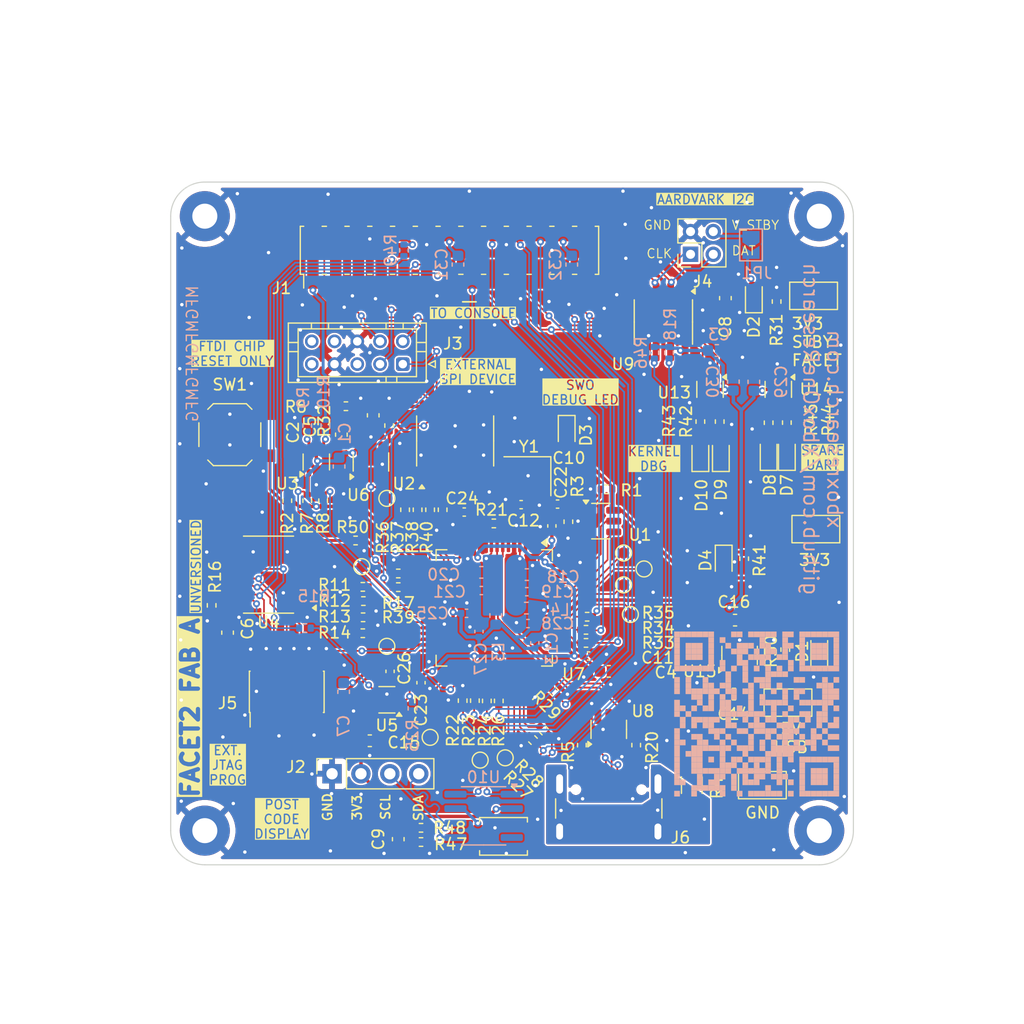
<source format=kicad_pcb>
(kicad_pcb (version 20241229) (generator "pcbnew") (generator_version "9.0")
  (title_block (title "FACET2 Homebrew") (date "${ISSUE_DATE}") (rev "${DESIGN_REV}"))
  (layers (0 "F.Cu" signal) (4 "In1.Cu" power) (6 "In2.Cu" power) (2 "B.Cu" signal) (13 "F.Paste" user) (15 "B.Paste" user) (5 "F.SilkS" user "F.Silkscreen") (7 "B.SilkS" user "B.Silkscreen") (1 "F.Mask" user) (3 "B.Mask" user) (25 "Edge.Cuts" user))
  (property "DESIGN_REV" "UNVERSIONED")
  (property "ISSUE_DATE" "1970-01-01")
  (property "MFG_MARKING" "MFGMFGMFGMFG")
  (net 0 "")
  (net 1 "+3.3V")
  (net 2 "Net-(D2-K)")
  (net 3 "Net-(D3-K)")
  (net 4 "Net-(D4-K)")
  (net 5 "VBUS")
  (net 10 "Net-(R32-Pad2)")
  (net 12 "Net-(J4-Pin_4)")
  (net 14 "Net-(U7-VREGOUT)")
  (net 15 "Net-(U7-OSCI)")
  (net 16 "Net-(U7-OSCO)")
  (net 17 "V_3P3STBY_FACET")
  (net 18 "Net-(D7-A)")
  (net 19 "Net-(D8-A)")
  (net 20 "Net-(D9-A)")
  (net 21 "Net-(D10-A)")
  (net 22 "FACET_SPI_MISO")
  (net 23 "FTDI_SMC_CTS_FACET")
  (net 24 "FTDI_SWO_EN_N")
  (net 25 "FTDI_SMC_TXD_FACET")
  (net 26 "FACET_SPI_MOSI")
  (net 27 "FACET_SPI_CLK")
  (net 28 "FTDI_SMC_RTS_FACET")
  (net 29 "SMC_RST_N")
  (net 30 "FACET_SPI_SS_N")
  (net 31 "FTDI_SMC_RXD_FACET")
  (net 32 "Net-(U1-DO)")
  (net 33 "Net-(U7-~{RESET})")
  (net 34 "Net-(U1-DI)")
  (net 35 "FTDI_SPI_EN_N")
  (net 36 "FTDI_SPI_RST_N")
  (net 37 "FTDI_JTAG_RST_N")
  (net 38 "/Buffers, Inverters, Shifters/SPI_RST_N_OD")
  (net 39 "/Buffers, Inverters, Shifters/JTAG_RST_N_OD")
  (net 40 "FTDI_SB_TCK")
  (net 41 "/FTDI/FTDI_SB_TCK_R")
  (net 42 "FTDI_SB_TDI")
  (net 43 "/FTDI/FTDI_SB_TDI_R")
  (net 44 "FTDI_SB_TDO")
  (net 45 "/FTDI/FTDI_SB_TDO_R")
  (net 46 "FTDI_SB_TMS")
  (net 47 "/FTDI/FTDI_SB_TMS_R")
  (net 48 "FTDI_JTAG_EN_N_R")
  (net 49 "Net-(U4-~{OE})")
  (net 50 "/FTDI/FTDI_SWO_EN_N_R")
  (net 51 "Net-(U7-REF)")
  (net 52 "/FTDI/FTDI_SMC_RXD_R")
  (net 53 "/FTDI/FTDI_SMC_TXD_R")
  (net 54 "/FTDI/FTDI_SMC_CTS_R")
  (net 55 "FTDI_JTAG_EN")
  (net 56 "/FTDI/FTDI_SMC_RTS_R")
  (net 57 "/FTDI/FTDI_SMBUS_CLK_R")
  (net 58 "/FTDI/FTDI_SMBUS_DATA_R")
  (net 59 "/FTDI/FTDI_KER_DBG_RXD_R")
  (net 60 "/FTDI/FTDI_KER_DBG_TXD_R")
  (net 61 "/FTDI/FTDI_KER_DBG_CTS_R")
  (net 62 "/FTDI/FTDI_KER_DBG_RTS_R")
  (net 63 "FTDI_SPI_MOSI")
  (net 64 "/FTDI/FTDI_SPI_MOSI_R")
  (net 65 "/FTDI/FTDI_SPI_MISO_R")
  (net 66 "FTDI_SPI_MISO")
  (net 67 "/FTDI/FTDI_SPI_SS_N_R")
  (net 68 "FTDI_SPI_SS_N")
  (net 69 "/FTDI/FTDI_SPI_EN_N_R")
  (net 70 "/FTDI/FTDI_SPI_CLK_R")
  (net 71 "FTDI_SPI_CLK")
  (net 72 "Net-(U13-1Y)")
  (net 73 "Net-(U13-2Y)")
  (net 74 "Net-(U14-1Y)")
  (net 75 "Net-(U14-2Y)")
  (net 76 "FTDI_AD6")
  (net 77 "FTDI_JTAG_SW_EN")
  (net 78 "FTDI_TP3")
  (net 79 "FTDI_CD4")
  (net 80 "FTDI_CD5")
  (net 81 "FTDI_DD4")
  (net 82 "FTDI_DD5")
  (net 83 "FTDI_DD6")
  (net 84 "FTDI_DD7")
  (net 85 "Net-(U1-CS)")
  (net 86 "Net-(U1-CLK)")
  (net 92 "Earth")
  (net 93 "Net-(D1-A)")
  (net 94 "/FTDI/VPHY")
  (net 95 "/FTDI/VPLL")
  (net 96 "/Connectors/D-")
  (net 97 "/Connectors/D+")
  (net 98 "Net-(J6-CC2)")
  (net 99 "Net-(J6-SHIELD)")
  (net 100 "Net-(J6-CC1)")
  (net 103 "FTDI_KER_DBG_RXD")
  (net 104 "FTDI_KER_DBG_RTS_FACET")
  (net 105 "FTDI_SMBUS_CLK_FACET")
  (net 106 "FTDI_KER_DBG_TXD_FACET")
  (net 107 "FACET_SB_TDI")
  (net 108 "FTDI_KER_DBG_CTS")
  (net 109 "FACET_SB_TMS")
  (net 110 "FACET_SB_TCK")
  (net 111 "FTDI_SMBUS_DATA_FACET")
  (net 112 "FACET_SB_TDO")
  (net 113 "ESD_D-")
  (net 114 "ESD_D+")
  (net 115 "FTDI_SMBUS_DATA")
  (net 116 "FTDI_SMBUS_CLK")
  (net 117 "Net-(U10-PA13)")
  (net 118 "/OLED PostCode display/I2C2_SDA_OLED")
  (net 120 "/OLED PostCode display/I2C2_SCL_OLED")
  (net 121 "Net-(J1-Pin_10)")
  (net 122 "Net-(R2-Pad1)")
  (footprint "Package_TO_SOT_SMD:SOT-23-5" (layer "F.Cu") (at 105 127.6 90)
    (property "Reference" "U15")
    (property "Value" "TLV75533PDBVR")
  )
  (footprint "Resistor_SMD:R_0402_1005Metric" (layer "F.Cu") (at 71.885 125.65 180)
    (property "Reference" "R14")
    (property "Value" "33")
  )
  (footprint "Resistor_SMD:R_0402_1005Metric" (layer "F.Cu") (at 108.25 96.5 90)
    (property "Reference" "R31")
    (property "Value" "100")
  )
  (footprint "LED_SMD:LED_0603_1608Metric" (layer "F.Cu") (at 101.55 109.95 90)
    (property "Reference" "D10")
    (property "Value" "blue LED")
  )
  (footprint "Resistor_SMD:R_0402_1005Metric" (layer "F.Cu") (at 87.8 134.2 -45)
    (property "Reference" "R28")
    (property "Value" "0")
  )
  (footprint "Package_SO:TSSOP-20_4.4x6.5mm_P0.65mm" (layer "F.Cu") (at 80 108.75 90)
    (property "Reference" "U2")
    (property "Value" "SN74CB3T3245PWR")
  )
  (footprint "Resistor_SMD:R_0402_1005Metric" (layer "F.Cu") (at 71.91 124.25 180)
    (property "Reference" "R13")
    (property "Value" "0")
  )
  (footprint "Capacitor_SMD:C_0603_1608Metric" (layer "F.Cu") (at 75 143.75 -90)
    (property "Reference" "C9")
    (property "Value" "1 uF")
  )
  (footprint "Resistor_SMD:R_0402_1005Metric" (layer "F.Cu") (at 75.6 114.8 90)
    (property "Reference" "R36")
    (property "Value" "33")
  )
  (footprint "Resistor_SMD:R_0402_1005Metric" (layer "F.Cu") (at 76.7 114.8 90)
    (property "Reference" "R37")
    (property "Value" "33")
  )
  (footprint "TestPoint:TestPoint_Pad_D1.0mm" (layer "F.Cu") (at 74 113.8)
    (property "Reference" "TP_SWO1" (hide yes))
    (property "Value" "TestPoint")
  )
  (footprint "Resistor_SMD:R_0402_1005Metric" (layer "F.Cu") (at 103.25 107.05 -90)
    (property "Reference" "R42")
    (property "Value" "100")
  )
  (footprint "Resistor_SMD:R_0402_1005Metric" (layer "F.Cu") (at 78.9 114.8 90)
    (property "Reference" "R40")
    (property "Value" "33")
  )
  (footprint "Resistor_SMD:R_0402_1005Metric" (layer "F.Cu") (at 80.66 131.575 -90)
    (property "Reference" "R22")
    (property "Value" "33")
  )
  (footprint "Resistor_SMD:R_0402_1005Metric" (layer "F.Cu") (at 91.5 126.5)
    (property "Reference" "R33")
    (property "Value" "0")
  )
  (footprint "Package_QFP:LQFP-64_10x10mm_P0.5mm" (layer "F.Cu") (at 83.435 123.425 -90)
    (property "Reference" "U7")
    (property "Value" "FT4232H")
  )
  (footprint "Resistor_SMD:R_0402_1005Metric" (layer "F.Cu") (at 107.55 107.15 -90)
    (property "Reference" "R45")
    (property "Value" "100")
  )
  (footprint "TestPoint:TestPoint_Pad_D1.0mm" (layer "F.Cu") (at 71.8 119.8 90)
    (property "Reference" "TP_AD1" (hide yes))
    (property "Value" "TestPoint")
  )
  (footprint "Package_TO_SOT_SMD:SOT-363_SC-70-6" (layer "F.Cu") (at 108.4 104.22 -90)
    (property "Reference" "U14")
    (property "Value" "SN74LVC2G06DCKR")
  )
  (footprint "Connector_JST:JST_PHD_B10B-PHDSS_2x05_P2.00mm_Vertical" (layer "F.Cu") (at 75.4 102 180)
    (property "Reference" "J3")
    (property "Value" "JST B10B-PHDSS-B" (hide yes))
  )
  (footprint "LED_SMD:LED_0603_1608Metric" (layer "F.Cu") (at 89.8 108 -90)
    (property "Reference" "D3")
    (property "Value" "green LED")
  )
  (footprint "Resistor_SMD:R_0402_1005Metric" (layer "F.Cu") (at 109.15 107.14 -90)
    (property "Reference" "R44")
    (property "Value" "100")
  )
  (footprint "Capacitor_SMD:C_0603_1608Metric" (layer "F.Cu") (at 93.5 129)
    (property "Reference" "C4")
    (property "Value" "4.7 uF")
  )
  (footprint "Capacitor_SMD:C_0402_1005Metric" (layer "F.Cu") (at 88.5 116.22 90)
    (property "Reference" "C22")
    (property "Value" "0.1 uF")
  )
  (footprint "MountingHole:MountingHole_2.2mm_M2_Pad" (layer "F.Cu") (at 112 143)
    (property "Reference" "H4" (hide yes))
    (property "Value" "MountingHole")
  )
  (footprint "TestPoint:TestPoint_Pad_D1.0mm" (layer "F.Cu") (at 94.8 121.4)
    (property "Reference" "TP_DD2" (hide yes))
    (property "Value" "TestPoint")
  )
  (footprint "Resistor_SMD:R_0402_1005Metric" (layer "F.Cu") (at 75 121.6 180)
    (property "Reference" "R39")
    (property "Value" "0")
  )
  (footprint "Resistor_SMD:R_0402_1005Metric" (layer "F.Cu") (at 77 142.75)
    (property "Reference" "R48")
    (property "Value" "2K2")
  )
  (footprint "Package_TO_SOT_SMD:SOT-23-5" (layer "F.Cu") (at 72.6 110.6 90)
    (property "Reference" "U6")
    (property "Value" "74LVC1G07DBV")
  )
  (footprint "Capacitor_SMD:C_0402_1005Metric" (layer "F.Cu") (at 77 130 -90)
    (property "Reference" "C23")
    (property "Value" "0.1 uF")
  )
  (footprint "Package_TO_SOT_SMD:SOT-363_SC-70-6" (layer "F.Cu") (at 67.8 110.6 90)
    (property "Reference" "U3")
    (property "Value" "SN74AUP2G07DCKR")
  )
  (footprint "TestPoint:TestPoint_Pad_D1.0mm" (layer "F.Cu") (at 84.4 136.6)
    (property "Reference" "TP_CD2" (hide yes))
    (property "Value" "TestPoint")
  )
  (footprint "Crystal:Crystal_SMD_3225-4Pin_3.2x2.5mm" (layer "F.Cu") (at 86.35 111.85 180)
    (property "Reference" "Y1")
    (property "Value" "XTAL 12Mhz")
  )
  (footprint "Resistor_SMD:R_0402_1005Metric" (layer "F.Cu") (at 91.5 125.35)
    (property "Reference" "R34")
    (property "Value" "33")
  )
  (footprint "Resistor_SMD:R_0402_1005Metric" (layer "F.Cu") (at 75 120.4 180)
    (property "Reference" "R17")
    (property "Value" "0")
  )
  (footprint "TestPoint:TestPoint_Keystone_5019_Miniature" (layer "F.Cu") (at 111.7 116.5 180)
    (property "Reference" "TP3" (hide yes))
    (property "Value" "TestPoint")
  )
  (footprint "Capacitor_SMD:C_0603_1608Metric" (layer "F.Cu") (at 72.8 106.5 -90)
    (property "Reference" "C5")
    (property "Value" "1 uF")
  )
  (footprint "LED_SMD:LED_0603_1608Metric" (layer "F.Cu") (at 103.6 119.4 -90)
    (property "Reference" "D4")
    (property "Value" "red LED")
  )
  (footprint "Package_TO_SOT_SMD:SOT-363_SC-70-6" (layer "F.Cu") (at 102.4 104.22 -90)
    (property "Reference" "U13")
    (property "Value" "SN74LVC2G06DCKR")
  )
  (footprint "Resistor_SMD:R_0402_1005Metric" (layer "F.Cu") (at 86.839376 135.039376 -45)
    (property "Reference" "R27")
    (property "Value" "0")
  )
  (footprint "Capacitor_SMD:C_0603_1608Metric" (layer "F.Cu") (at 70 108.2 90)
    (property "Reference" "C2")
    (property "Value" "1 uF")
  )
  (footprint "Resistor_SMD:R_0402_1005Metric" (layer "F.Cu") (at 109.0125 127.09 90)
    (property "Reference" "R30")
    (property "Value" "150")
  )
  (footprint "Package_TO_SOT_SMD:SOT-23-6" (layer "F.Cu") (at 92.8 115.8)
    (property "Reference" "U1")
    (property "Value" "93LC56B")
  )
  (footprint "Resistor_SMD:R_0402_1005Metric" (layer "F.Cu") (at 101.55 107.05 -90)
    (property "Reference" "R43")
    (property "Value" "100")
  )
  (footprint "Capacitor_SMD:C_0603_1608Metric" (layer "F.Cu") (at 104.5 131)
    (property "Reference" "C14")
    (property "Value" "1 uF")
  )
  (footprint "Connector_PinHeader_2.00mm:PinHeader_2x02_P2.00mm_Vertical" (layer "F.Cu") (at 100.685 92.35 90)
    (property "Reference" "J4")
    (property "Value" "AARDVARK")
  )
  (footprint "Resistor_SMD:R_0402_1005Metric" (layer "F.Cu") (at 83.835 131.6 -90)
    (property "Reference" "R26")
    (property "Value" "0")
  )
  (footprint "LED_SMD:LED_0603_1608Metric" (layer "F.Cu") (at 112 127.1 90)
    (property "Reference" "D1")
    (property "Value" "red LED")
  )
  (footprint "Resistor_SMD:R_0402_1005Metric" (layer "F.Cu") (at 67 114 90)
    (property "Reference" "R7")
    (property "Value" "4k7")
  )
  (footprint "Capacitor_SMD:C_0402_1005Metric" (layer "F.Cu") (at 91.735 127.65)
    (property "Reference" "C11")
    (property "Value" "0.1 uF")
  )
  (footprint "MountingHole:MountingHole_2.2mm_M2_Pad" (layer "F.Cu") (at 58 143)
    (property "Reference" "H3" (hide yes))
    (property "Value" "MountingHole")
  )
  (footprint "Resistor_SMD:R_0402_1005Metric" (layer "F.Cu") (at 91.6 124.2)
    (property "Reference" "R35")
    (property "Value" "0")
  )
  (footprint "Resistor_SMD:R_0402_1005Metric" (layer "F.Cu") (at 81.735 131.575 -90)
    (property "Reference" "R23")
    (property "Value" "0")
  )
  (footprint "TestPoint:TestPoint_Pad_D1.0mm" (layer "F.Cu") (at 95.4 124)
    (property "Reference" "TP_DD1" (hide yes))
    (property "Value" "TestPoint")
  )
  (footprint "Connector_USB:USB_C_Receptacle_GCT_USB4105-xx-A_16P_TopMnt_Horizontal" (layer "F.Cu") (at 93.5 142)
    (property "Reference" "J6")
    (property "Value" "USB_C_Receptacle_USB2.0_16P")
  )
  (footprint "Resistor_SMD:R_0402_1005Metric" (layer "F.Cu") (at 70.4 105.7)
    (property "Reference" "R6")
    (property "Value" "10k")
  )
  (footprint "Resistor_SMD:R_0402_1005Metric" (layer "F.Cu") (at 105.4 119.1 -90)
    (property "Reference" "R41")
    (property "Value" "100")
  )
  (footprint "Resistor_SMD:R_0402_1005Metric" (layer "F.Cu") (at 71.935 122.825 180)
    (property "Reference" "R12")
    (property "Value" "33")
  )
  (footprint "Button_Switch_SMD:SW_SPST_TS-1088-xR020" (layer "F.Cu") (at 84.25 143.5)
    (property "Reference" "SW2" (hide yes))
    (property "Value" "SW_Push_STM32")
  )
  (footprint "TestPoint:TestPoint_Pad_D1.0mm" (layer "F.Cu") (at 82.2 136.8)
    (property "Reference" "TP_CD1" (hide yes))
    (property "Value" "TestPoint")
  )
  (footprint "Capacitor_SMD:C_0603_1608Metric" (layer "F.Cu") (at 104.6 124.5)
    (property "Reference" "C16")
    (property "Value" "0.47 uF")
  )
  (footprint "Resistor_SMD:R_0402_1005Metric" (layer "F.Cu") (at 77 144)
    (property "Reference" "R47")
    (property "Value" "2K2")
  )
  (footprint "LED_SMD:LED_0603_1608Metric" (layer "F.Cu") (at 106.25 96 90)
    (property "Reference" "D2")
    (property "Value" "red LED")
  )
  (footprint "Resistor_SMD:R_0402_1005Metric" (layer "F.Cu") (at 95.9104 135.4836 90)
    (property "Reference" "R20")
    (property "Value" "5k1")
  )
  (footprint "Package_SO:TSSOP-20_4.4x6.5mm_P0.65mm" (layer "F.Cu") (at 63.6 120.5 180)
    (property "Reference" "U4")
    (property "Value" "SN74CB3T3245PWR")
  )
  (footprint "Button_Switch_SMD:SW_SPST_SKQG_WithoutStem" (layer "F.Cu") (at 60.2 108.2)
    (property "Reference" "SW1")
    (property "Value" "RESET")
  )
  (footprint "Connector_PinHeader_1.27mm:PinHeader_2x05_P1.27mm_Vertical_SMD" (layer "F.Cu") (at 65.2 130.8 90)
    (property "Reference" "J5")
    (property "Value" "Conn_ARM_JTAG_SWD_10")
  )
  (footprint "Connector_PinSocket_2.54mm:PinSocket_1x04_P2.54mm_Vertical" (layer "F.Cu") (at 69.18 138 90)
    (property "Reference" "J2")
    (property "Value" "Conn_01x04_OLED_SSD1306")
  )
  (footprint "Connector_PinHeader_2.00mm:PinHeader_2x13_P2.00mm_Vertical_SMD" (layer "F.Cu") (at 79.5 92 90)
    (property "Reference" "J1")
    (property "Value" "Conn_02x13P_SMD")
  )
  (footprint "Capacitor_SMD:C_0402_1005Metric" (layer "F.Cu") (at 89 114.3)
    (property "Reference" "C10")
    (property "Value" "30 pF")
  )
  (footprint "Resistor_SMD:R_0402_1005Metric" (layer "F.Cu") (at 74.2 107.4 -90)
    (property "Reference" "R32")
    (property "Value" "100")
  )
  (footprint "TestPoint:TestPoint_Pad_D1.0mm" (layer "F.Cu") (at 96.6 120)
    (property "Reference" "TP_DD3" (hide yes))
    (property "Value" "TestPoint")
  )
  (footprint "Resistor_SMD:R_0402_1005Metric" (layer "F.Cu") (at 89.95 115.85 90)
    (property "Reference" "R3")
    (property "Value" "2k")
  )
  (footprint "TestPoint:TestPoint_Keystone_5019_Miniature" (layer "F.Cu") (at 107 139)
    (property "Reference" "TP4" (hide yes))
    (property "Value" "TestPoint")
  )
  (footprint "Resistor_SMD:R_0402_1005Metric" (layer "F.Cu") (at 58.6 123.2 -90)
    (property "Reference" "R16")
    (property "Value" "10k")
  )
  (footprint "LED_SMD:LED_0603_1608Metric" (layer "F.Cu") (at 107.55 109.85 90)
    (property "Reference" "D8")
    (property "Value" "blue LED")
  )
  (footprint "Capacitor_SMD:C_0402_1005Metric" (layer "F.Cu") (at 85.8 114.35)
    (property "Reference" "C12")
    (property "Value" "30 pF")
  )
  (footprint "Resistor_SMD:R_0402_1005Metric" (layer "F.Cu") (at 65.25 114 90)
    (property "Reference" "R2")
    (property "Value" "10k")
  )
  (footprint "Package_SO:SOIC-8_3.9x4.9mm_P1.27mm" (layer "F.Cu") (at 98.3 98.3 -90)
    (property "Reference" "U9")
    (property "Value" "ISO1540")
  )
  (footprint "TestPoint:TestPoint_Pad_D1.0mm" (layer "F.Cu") (at 94.8 118.6)
    (property "Reference" "TP_DD4" (hide yes))
    (property "Value" "TestPoint")
  )
  (footprint "Resistor_SMD:R_1206_3216Metric" (layer "F.Cu") (at 100.8 139 90)
    (property "Reference" "R4")
    (property "Value" "0")
  )
  (footprint "Resistor_SMD:R_0402_1005Metric" (layer "F.Cu") (at 68.4 114 90)
    (property "Reference" "R8")
    (property "Value" "4k7")
  )
  (footprint "LED_SMD:LED_0603_1608Metric" (layer "F.Cu") (at 109.15 109.85 90)
    (property "Reference" "D7")
    (property "Value" "blue LED")
  )
  (footprint "Resistor_SMD:R_0402_1005Metric" (layer "F.Cu") (at 77.8 114.8 90)
    (property "Reference" "R38")
    (property "Value" "33")
  )
  (footprint "Resistor_SMD:R_0402_1005Metric" (layer "F.Cu") (at 71.25 117.5)
    (property "Reference" "R50")
    (property "Value" "1k")
  )
  (footprint "Resistor_SMD:R_0402_1005Metric" (layer "F.Cu") (at 88.7 130.8 -45)
    (property "Reference" "R29")
    (property "Value" "33")
  )
  (footprint "Capacitor_SMD:C_0402_1005Metric" (layer "F.Cu") (at 80.8 115 180)
    (property "Reference" "C24")
    (property "Value" "0.1 uF")
  )
  (footprint "Resistor_SMD:R_0402_1005Metric" (layer "F.Cu") (at 83.4 116 180)
    (property "Reference" "R21")
    (property "Value" "12K")
  )
  (footprint "Package_TO_SOT_SMD:SOT-353_SC-70-5" (layer "F.Cu") (at 74 131.5 180)
    (property "Reference" "U5")
    (property "Value" "SN74LVC1G06DCKR")
  )
  (footprint "TestPoint:TestPoint_Pad_D1.0mm" (layer "F.Cu") (at 74 126.8)
    (property "Reference" "TP_BD1" (hide yes))
    (property "Value" "TestPoint")
  )
  (footprint "TestPoint:TestPoint_Keystone_5019_Miniature" (layer "F.Cu") (at 109.25 131.75)
    (property "Reference" "TP2" (hide yes))
    (property "Value" "TestPoint")
  )
  (footprint "MountingHole:MountingHole_2.2mm_M2_Pad" (layer "F.Cu") (at 112 89)
    (property "Reference" "H2" (hide yes))
    (property "Value" "MountingHole")
  )
  (footprint "Resistor_SMD:R_0402_1005Metric" (layer "F.Cu") (at 93.3 113 180)
    (property "Reference" "R1")
    (property "Value" "10k")
  )
  (footprint "LED_SMD:LED_0603_1608Metric" (layer "F.Cu") (at 103.35 109.95 90)
    (property "Reference" "D9")
    (property "Value" "blue LED")
  )
  (footprint "Capacitor_SMD:C_0603_1608Metric" (layer "F.Cu") (at 72.5 135.1)
    (property "Reference" "C15")
    (property "Value" "1 uF")
  )
  (footprint "Capacitor_SMD:C_0603_1608Metric" (layer "F.Cu") (at 60 125.6 -90)
    (property "Reference" "C6")
    (property "Value" "1 uF")
  )
  (footprint "Capacitor_SMD:C_0603_1608Metric" (layer "F.Cu") (at 103.75 96.2 -90)
    (property "Reference" "C8")
    (property "Value" "1 uF")
  )
  (footprint "Resistor_SMD:R_0402_1005Metric" (layer "F.Cu") (at 91.1352 135.4836 90)
    (property "Reference" "R5")
    (property "Value" "5k1")
  )
  (footprint "Capacitor_SMD:C_0402_1005Metric" (layer "F.Cu") (at 74.28 129 -90)
    (property "Reference" "C26")
    (property "Value" "0.1 uF")
  )
  (footprint "Resistor_SMD:R_0402_1005Metric" (layer "F.Cu") (at 71.885 121.575 180)
    (property "Reference" "R11")
    (property "Value" "33")
  )
  (footprint "Resistor_SMD:R_0402_1005Metric" (layer "F.Cu") (at 82.785 131.6 -90)
    (property "Reference" "R24")
    (property "Value" "33")
  )
  (footprint "MountingHole:MountingHole_2.2mm_M2_Pad" (layer "F.Cu") (at 58 89)
    (property "Reference" "H1" (hide yes))
    (property "Value" "MountingHole")
  )
  (footprint "Package_TO_SOT_SMD:SOT-23-6" (layer "F.Cu") (at 93.5 134.1 90)
    (property "Reference" "U8")
    (property "Value" "USBLC6-2SC6")
  )
  (footprint "TestPoint:TestPoint_Keystone_5019_Miniature" (layer "F.Cu") (at 111.5 96)
    (property "Reference" "TP1" (hide yes))
    (property "Value" "TestPoint")
  )
  (footprint "TestPoint:TestPoint_Pad_D1.0mm" (layer "F.Cu") (at 77.8 134.8)
    (property "Reference" "TP_BD2" (hide yes))
    (property "Value" "TestPoint")
  )
  (footprint "Capacitor_SMD:C_0402_1005Metric" (layer "B.Cu") (at 86.3 122)
    (property "Reference" "C19")
    (property "Value" "0.1 uF")
  )
  (footprint "Capacitor_SMD:C_0603_1608Metric" (layer "B.Cu") (at 82.3 120.3 180)
    (property "Reference" "C20")
    (property "Value" "4.7 uF")
  )
  (footprint "Resistor_SMD:R_0402_1005Metric" (layer "B.Cu") (at 75.5 92 -90)
    (property "Reference" "R49")
    (property "Value" "33")
  )
  (footprint "Capacitor_SMD:C_0603_1608Metric" (layer "B.Cu") (at 70.2 130.8 -90)
    (property "Reference" "C7")
    (property "Value" "1 uF")
  )
  (footprint "Resistor_SMD:R_0402_1005Metric" (layer "B.Cu") (at 66.8 125.2 180)
    (property "Reference" "R15")
    (property "Value" "0")
  )
  (footprint "Capacitor_SMD:C_0603_1608Metric" (layer "B.Cu") (at 104.45 103.54 90)
    (property "Reference" "C30")
    (property "Value" "1 uF")
  )
  (footprint "Resistor_SMD:R_0402_1005Metric" (layer "B.Cu") (at 97.5 101 -90)
    (property "Reference" "R46")
    (property "Value" "2k2")
  )
  (footprint "Capacitor_SMD:C_0603_1608Metric" (layer "B.Cu") (at 90.25 93.25 -90)
    (property "Reference" "C32")
    (property "Value" "4.7 uF")
  )
  (footprint "Capacitor_SMD:C_0402_1005Metric" (layer "B.Cu") (at 82.3 121.9 180)
    (property "Reference" "C21")
    (property "Value" "0.1 uF")
  )
  (footprint "Capacitor_SMD:C_0603_1608Metric" (layer "B.Cu") (at 86.3 120.5)
    (property "Reference" "C18")
    (property "Value" "4.7 uF")
  )
  (footprint "Capacitor_SMD:C_0402_1005Metric" (layer "B.Cu") (at 81 123.9)
    (property "Reference" "C25")
    (property "Value" "0.1 uF")
  )
  (footprint "QR_Code:Github_Project_Link" (layer "B.Cu") (at 106.5 132.75 180)
    (property "Reference" "SYM1" (hide yes))
    (property "Value" "~" (hide yes))
  )
  (footprint "Capacitor_SMD:C_0603_1608Metric" (layer "B.Cu") (at 106.25 103.55625 90)
    (property "Reference" "C29")
    (property "Value" "1 uF")
  )
  (footprint "Capacitor_SMD:C_0402_1005Metric" (layer "B.Cu") (at 87 126.5 90)
    (property "Reference" "C13")
    (property "Value" "0.1 uF")
  )
  (footprint "Resistor_SMD:R_0402_1005Metric" (layer "B.Cu") (at 68.6 107.4 90)
    (property "Reference" "R10")
    (property "Value" "100")
  )
  (footprint "Capacitor_SMD:C_0603_1608Metric" (layer "B.Cu") (at 80.25 93.25 -90)
    (property "Reference" "C31")
    (property "Value" "4.7 uF")
  )
  (footprint "Capacitor_SMD:C_0402_1005Metric" (layer "B.Cu") (at 82.0928 125.5 90)
    (property "Reference" "C27")
    (property "Value" "0.1 uF")
  )
  (footprint "Resistor_SMD:R_0402_1005Metric" (layer "B.Cu") (at 98.8 101 -90)
    (property "Reference" "R18")
    (property "Value" "2k2")
  )
  (footprint "Resistor_SMD:R_0402_1005Metric" (layer "B.Cu") (at 67 107.4 90)
    (property "Reference" "R9")
    (property "Value" "100")
  )
  (footprint "Capacitor_SMD:C_0603_1608Metric" (layer "B.Cu") (at 69.8 111 -90)
    (property "Reference" "C1")
    (property "Value" "1 uF")
  )
  (footprint "Resistor_SMD:R_0402_1005Metric" (layer "B.Cu") (at 76.25 132.25 -90)
    (property "Reference" "R25")
    (property "Value" "10k")
  )
  (footprint "Capacitor_SMD:C_0603_1608Metric" (layer "B.Cu") (at 103 100.8)
    (property "Reference" "C3")
    (property "Value" "1 uF")
  )
  (footprint "Capacitor_SMD:C_0402_1005Metric" (layer "B.Cu") (at 86.4 124.8 180)
    (property "Reference" "C28")
    (property "Value" "0.1 uF")
  )
  (footprint "Package_SO:SOIC-8_3.9x4.9mm_P1.27mm" (layer "B.Cu") (at 82.5 141.7 180)
    (property "Reference" "U10")
    (property "Value" "STM32G031J6Mx")
  )
  (footprint "Inductor_SMD:L_0603_1608Metric" (layer "B.Cu") (at 83.566 124.1 -90)
    (property "Reference" "L3")
    (property "Value" "600R")
  )
  (footprint "Jumper:SolderJumper-2_P1.3mm_Open_TrianglePad1.0x1.5mm" (layer "B.Cu") (at 106 91.525 -90)
    (property "Reference" "JP1")
    (property "Value" "SolderJumper_2_Open")
  )
  (footprint "Inductor_SMD:L_0603_1608Metric" (layer "B.Cu") (at 86.2584 123.444)
    (property "Reference" "L4")
    (property "Value" "600R")
  )
  (gr_line (start 80.6625 96.525) (end 81.8375 96.525) (stroke (width 0.15)) (layer "F.SilkS"))
  (gr_arc (start 115 143) (mid 114.12132 145.12132) (end 112 146) (stroke (width 0.1)) (layer "Edge.Cuts"))
  (gr_arc (start 58 146) (mid 55.87868 145.12132) (end 55 143) (stroke (width 0.1)) (layer "Edge.Cuts"))
  (gr_line (start 58 86) (end 112 86) (stroke (width 0.1)) (layer "Edge.Cuts"))
  (gr_line (start 55 143) (end 55 89) (stroke (width 0.1)) (layer "Edge.Cuts"))
  (gr_line (start 58 146) (end 112 146) (stroke (width 0.1)) (layer "Edge.Cuts"))
  (gr_arc (start 55 89) (mid 55.87868 86.87868) (end 58 86) (stroke (width 0.1)) (layer "Edge.Cuts"))
  (gr_line (start 115 143) (end 115 89) (stroke (width 0.1)) (layer "Edge.Cuts"))
  (gr_arc (start 112 86) (mid 114.12132 86.87868) (end 115 89) (stroke (width 0.1)) (layer "Edge.Cuts"))
  (gr_text "SPARE\nUART" (at 112.3 111.34 0) (layer "F.SilkS" knockout) (effects (font (size 0.8 0.8) (thickness 0.125)) (justify bottom)))
  (gr_text "DAT" (at 104.25 92.5 0) (layer "F.SilkS") (effects (font (size 0.8 0.8) (thickness 0.1)) (justify left bottom)))
  (gr_text "V_STBY" (at 104.25 90.25 0) (layer "F.SilkS") (effects (font (size 0.8 0.8) (thickness 0.1)) (justify left bottom)))
  (gr_text "3V3" (at 71.85 142.186508 90) (layer "F.SilkS") (effects (font (size 0.8 0.8)) (justify left bottom)))
  (gr_text "SDA" (at 77.25 142.237301 90) (layer "F.SilkS") (effects (font (size 0.8 0.8)) (justify left bottom)))
  (gr_text "GND" (at 69.25 142.25 90) (layer "F.SilkS") (effects (font (size 0.8 0.8)) (justify left bottom)))
  (gr_text "AARDVARK I2C" (at 102 88 0) (layer "F.SilkS" knockout) (effects (font (size 0.8 0.8) (thickness 0.125)) (justify bottom)))
  (gr_text "${DESIGN_REV}" (at 57.7 124 90) (layer "F.SilkS" knockout) (effects (font (size 0.8 0.8) (thickness 0.125)) (justify left bottom)))
  (gr_text "POST\nCODE\nDISPLAY" (at 64.75 142 0) (layer "F.SilkS" knockout) (effects (font (size 0.8 0.8) (thickness 0.125))))
  (gr_text "SCL" (at 74.35 142.135714 90) (layer "F.SilkS") (effects (font (size 0.8 0.8)) (justify left bottom)))
  (gr_text "CLK" (at 96.75 92.75 0) (layer "F.SilkS") (effects (font (size 0.8 0.8) (thickness 0.1)) (justify left bottom)))
  (gr_text "3V3" (at 111.6 119.8 0) (layer "F.SilkS") (effects (font (size 1 1)) (justify bottom)))
  (gr_text "SWO\nDEBUG LED" (at 91 105.6 0) (layer "F.SilkS" knockout) (effects (font (size 0.8 0.8) (thickness 0.125)) (justify bottom)))
  (gr_text "TO CONSOLE" (at 81.6 98 0) (layer "F.SilkS" knockout) (effects (font (size 0.8 0.8) (thickness 0.125)) (justify bottom)))
  (gr_text "FACET2 FAB A" (at 57.6 132.2 90) (layer "F.SilkS" knockout) (effects (font (size 1.5 1.5) (thickness 0.375) (bold yes)) (justify bottom)))
  (gr_text "EXTERNAL\nSPI DEVICE" (at 82 103.8 0) (layer "F.SilkS" knockout) (effects (font (size 0.8 0.8) (thickness 0.125)) (justify bottom)))
  (gr_text "EXT.\nJTAG\nPROG" (at 60 139 0) (layer "F.SilkS" knockout) (effects (font (size 0.8 0.8) (thickness 0.125)) (justify bottom)))
  (gr_text "FTDI CHIP\nRESET ONLY" (at 60.4 102.2 0) (layer "F.SilkS" knockout) (effects (font (size 0.8 0.8) (thickness 0.125)) (justify bottom)))
  (gr_text "3V3\nSTBY\nFACET" (at 109.5 102.25 0) (layer "F.SilkS") (effects (font (size 1 1)) (justify left bottom)))
  (gr_text "5V\nUSB" (at 109.5 136.25 0) (layer "F.SilkS") (effects (font (size 1 1)) (justify bottom)))
  (gr_text "GND" (at 105.4 142 0) (layer "F.SilkS") (effects (font (size 1 1)) (justify left bottom)))
  (gr_text "KERNEL\nDBG" (at 97.45 111.44 0) (layer "F.SilkS" knockout) (effects (font (size 0.8 0.8) (thickness 0.125)) (justify bottom)))
  (gr_text "GND" (at 96.5 90.25 0) (layer "F.SilkS") (effects (font (size 0.8 0.8) (thickness 0.1)) (justify left bottom)))
  (gr_text "${MFG_MARKING}" (at 57.5 95 90) (layer "B.SilkS") (effects (font (size 1 1) (thickness 0.125)) (justify left bottom mirror)))
  (gr_text "xboxresearch.com\ngithub.com/XboxOneResearch" (at 110.5 107.7 270) (layer "B.SilkS") (effects (font (size 1.3 1.3) (thickness 0.1625)) (justify bottom mirror)))
  (segment (start 79.82 123.8) (end 79.82 125.465) (width 0.3) (layer "F.Cu") (net 1))
  (segment (start 71.2 130) (end 71 130) (width 0.3) (layer "F.Cu") (net 1))
  (segment (start 93.9375 114.85) (end 94.599999 114.85) (width 0.3) (layer "F.Cu") (net 1))
  (segment (start 102.4 104.585001) (end 102.4 105.18) (width 0.3) (layer "F.Cu") (net 1))
  (segment (start 74.59 140.925) (end 71.74 138.075) (width 0.3) (layer "F.Cu") (net 1))
  (segment (start 79.82 122.42052) (end 79.82 123.8) (width 0.3) (layer "F.Cu") (net 1))
  (segment (start 89.975663 123.725663) (end 89.925 123.675) (width 0.3) (layer "F.Cu") (net 1))
  (segment (start 74.59 142.565) (end 74.9597 142.9347) (width 0.3) (layer "F.Cu") (net 1))
  (segment (start 84.185 127.631) (end 83.6 127.046) (width 0.3) (layer "F.Cu") (net 1))
  (segment (start 76.9125 105.725) (end 77.075 105.8875) (width 0.3) (layer "F.Cu") (net 1))
  (segment (start 77.76 126.675) (end 76.575 126.675) (width 0.3) (layer "F.Cu") (net 1))
  (segment (start 73 133.825) (end 73 132.2) (width 0.3) (layer "F.Cu") (net 1))
  (segment (start 89.11 123.675) (end 87.875 123.675) (width 0.3) (layer "F.Cu") (net 1))
  (segment (start 72.8 105.725) (end 76.9125 105.725) (width 0.3) (layer "F.Cu") (net 1))
  (segment (start 94.974203 122.755) (end 94.945756 122.726553) (width 0.3) (layer "F.Cu") (net 1))
  (segment (start 83.6 141.1) (end 82.95 141.75) (width 0.3) (layer "F.Cu") (net 1))
  (segment (start 78.57448 121.175) (end 79.82 122.42052) (width 0.3) (layer "F.Cu") (net 1))
  (segment (start 74.73 128.52) (end 74.28 128.52) (width 0.3) (layer "F.Cu") (net 1))
  (segment (start 74.59 140.925) (end 74.59 142.565) (width 0.3) (layer "F.Cu") (net 1))
  (segment (start 94.599999 114.85) (end 99.5 119.750001) (width 0.3) (layer "F.Cu") (net 1))
  (segment (start 77 141.75) (end 76.49 142.26) (width 0.3) (layer "F.Cu") (net 1))
  (segment (start 103.6 120.1875) (end 104.2125 120.8) (width 0.3) (layer "F.Cu") (net 1))
  (segment (start 76.49 142.26) (end 76.49 144) (width 0.3) (layer "F.Cu") (net 1))
  (segment (start 71.1625 108.975) (end 71.65 109.4625) (width 0.3) (layer "F.Cu") (net 1))
  (segment (start 87.875 123.675) (end 87.8 123.6) (width 0.3) (layer "F.Cu") (net 1))
  (segment (start 61.4 126.8) (end 61.4 126.225) (width 0.3) (layer "F.Cu") (net 1))
  (segment (start 70.91 106.22) (end 71.65 106.96) (width 0.3) (layer "F.Cu") (net 1))
  (segment (start 71.76 114.51) (end 76.4 119.15) (width 0.3) (layer "F.Cu") (net 1))
  (segment (start 76.575 126.675) (end 74.73 128.52) (width 0.3) (layer "F.Cu") (net 1))
  (segment (start 107.11157 104.21968) (end 108.034679 104.21968) (width 0.3) (layer "F.Cu") (net 1))
  (segment (start 77.76 121.175) (end 78.57448 121.175) (width 0.3) (layer "F.Cu") (net 1))
  (segment (start 102.745001 104.24) (end 102.4 104.585001) (width 0.3) (layer "F.Cu") (net 1))
  (segment (start 102 125) (end 99.755 122.755) (width 0.3) (layer "F.Cu") (net 1))
  (segment (start 66.269999 114.51) (end 65.25 113.490001) (width 0.3) (layer "F.Cu") (net 1))
  (segment (start 107.4 120.8) (end 111.7 116.5) (width 0.3) (layer "F.Cu") (net 1))
  (segment (start 108.034679 104.21968) (end 108.4 104.585001) (width 0.3) (layer "F.Cu") (net 1))
  (segment (start 71.75 132.15) (end 73.05 132.15) (width 0.3) (layer "F.Cu") (net 1))
  (segment (start 67.8 109.64) (end 67.8 110.411549) (width 0.3) (layer "F.Cu") (net 1))
  (segment (start 76.94552 121.175) (end 77.76 121.175) (width 0.3) (layer "F.Cu") (net 1))
  (segment (start 67 114.51) (end 66.269999 114.51) (width 0.3) (layer "F.Cu") (net 1))
  (segment (start 60.8 127.4) (end 61.4 126.8) (width 0.3) (layer "F.Cu") (net 1))
  (segment (start 60 124.1625) (end 60.7375 123.425) (width 0.3) (layer "F.Cu") (net 1))
  (segment (start 60 124.825) (end 60 124.1625) (width 0.3) (layer "F.Cu") (net 1))
  (segment (start 58.885 123.71) (end 60 124.825) (width 0.3) (layer "F.Cu") (net 1))
  (segment (start 93.81 112.7975) (end 93.81 114.5) (width 0.3) (layer "F.Cu") (net 1))
  (segment (start 75 142.975) (end 76.265 142.975) (width 0.3) (layer "F.Cu") (net 1))
  (segment (start 70.91 105.7) (end 72.775 105.7) (width 0.3) (layer "F.Cu") (net 1))
  (segment (start 103.7 104.24) (end 102.745001 104.24) (width 0.3) (layer "F.Cu") (net 1))
  (segment (start 58.6 123.71) (end 58.885 123.71) (width 0.3) (layer "F.Cu") (net 1))
  (segment (start 71.3375 109.4625) (end 71 109.8) (width 0.3) (layer "F.Cu") (net 1))
  (segment (start 73 132.2) (end 73.05 132.15) (width 0.3) (layer "F.Cu") (net 1))
  (segment (start 63.8 130.8) (end 62.66 131.94) (width 0.3) (layer "F.Cu") (net 1))
  (segment (start 68.4 114.51) (end 71.76 114.51) (width 0.3) (layer "F.Cu") (net 1))
  (segment (start 76.4 119.15) (end 76.4 120.62948) (width 0.3) (layer "F.Cu") (net 1))
  (segment (start 99.5 121.7) (end 102.3 124.5) (width 0.3) (layer "F.Cu") (net 1))
  (segment (start 74.28 128.52) (end 72.68 128.52) (width 0.3) (layer "F.Cu") (net 1))
  (segment (start 89.8 108.7875) (end 93.81 112.7975) (width 0.3) (layer "F.Cu") (net 1))
  (segment (start 79.82 125.465) (end 78.61 126.675) (width 0.3) (layer "F.Cu") (net 1))
  (segment (start 108.4 104.585001) (end 108.4 105.18) (width 0.3) (layer "F.Cu") (net 1))
  (segment (start 103.6 120.1875) (end 103.6 123.1) (width 0.3) (layer "F.Cu") (net 1))
  (segment (start 62.66 132.75) (end 60.8 130.89) (width 0.3) (layer "F.Cu") (net 1))
  (segment (start 67.8 110.411549) (end 67.899452 110.511001) (width 0.3) (layer "F.Cu") (net 1))
  (segment (start 67.8 114.51) (end 68.4 114.51) (width 0.3) (layer "F.Cu") (net 1))
  (segment (start 70 108.975) (end 71.1625 108.975) (width 0.3) (layer "F.Cu") (net 1))
  (segment (start 71.65 109.4625) (end 71.3375 109.4625) (width 0.3) (layer "F.Cu") (net 1))
  (segment (start 72.68 128.52) (end 71.2 130) (width 0.3) (layer "F.Cu") (net 1))
  (segment (start 84.185 127.631) (end 84.185 129.1) (width 0.3) (layer "F.Cu") (net 1))
  (segment (start 99.5 119.750001) (end 99.5 121.7) (width 0.3) (layer "F.Cu") (net 1))
  (segment (start 71.725 135.1) (end 73 133.825) (width 0.3) (layer "F.Cu") (net 1))
  (segment (start 61.4 126.225) (end 60 124.825) (width 0.3) (layer "F.Cu") (net 1))
  (segment (start 103.6 123.1) (end 103.1 123.6) (width 0.3) (layer "F.Cu") (net 1))
  (segment (start 71.65 106.96) (end 71.65 109.4625) (width 0.3) (layer "F.Cu") (net 1))
  (segment (start 94.945756 122.726553) (end 90.974774 122.726552) (width 0.3) (layer "F.Cu") (net 1))
  (segment (start 71 130) (end 71 130.2) (width 0.3) (layer "F.Cu") (net 1))
  (segment (start 70.91 105.6) (end 70.91 106.22) (width 0.3) (layer "F.Cu") (net 1))
  (segment (start 89.925 123.675) (end 89.11 123.675) (width 0.3) (layer "F.Cu") (net 1))
  (segment (start 107 104.33125) (end 107.11157 104.21968) (width 0.3) (layer "F.Cu") (net 1))
  (segment (start 71.725 135.1) (end 71.725 138.06) (width 0.3) (layer "F.Cu") (net 1))
  (segment (start 88.026271 126.73377) (end 88.085041 126.675) (width 0.3) (layer "F.Cu") (net 1))
  (segment (start 104.2125 120.8) (end 107.4 120.8) (width 0.3) (layer "F.Cu") (net 1))
  (segment (start 78.61 126.675) (end 77.76 126.675) (width 0.3) (layer "F.Cu") (net 1))
  (segment (start 67 114.51) (end 67.8 114.51) (width 0.3) (layer "F.Cu") (net 1))
  (segment (start 60.8 130.89) (end 60.8 127.4) (width 0.3) (layer "F.Cu") (net 1))
  (segment (start 76.265 142.975) (end 76.49 142.75) (width 0.3) (layer "F.Cu") (net 1))
  (segment (start 90.974774 122.726552) (end 89.975663 123.725663) (width 0.3) (layer "F.Cu") (net 1))
  (segment (start 76.4 120.62948) (end 76.94552 121.175) (width 0.3) (layer "F.Cu") (net 1))
  (segment (start 70.4 130.8) (end 71.75 132.15) (width 0.3) (layer "F.Cu") (net 1))
  (segment (start 102.1 125) (end 102 125) (width 0.3) (layer "F.Cu") (net 1))
  (segment (start 71 130.2) (end 70.4 130.8) (width 0.3) (layer "F.Cu") (net 1))
  (segment (start 70.4 130.8) (end 63.8 130.8) (width 0.3) (layer "F.Cu") (net 1))
  (segment (start 88.085041 126.675) (end 89.11 126.675) (width 0.3) (layer "F.Cu") (net 1))
  (segment (start 82.95 141.75) (end 77 141.75) (width 0.3) (layer "F.Cu") (net 1))
  (segment (start 99.755 122.755) (end 94.974203 122.755) (width 0.3) (layer "F.Cu") (net 1))
  (via (at 103.7 104.24) (size 0.6) (drill 0.3) (layers "F.Cu" "B.Cu") (net 1))
  (via (at 99.8 100.8) (size 0.6) (drill 0.3) (layers "F.Cu" "B.Cu") (net 1))
  (via (at 71 130) (size 0.6) (drill 0.3) (layers "F.Cu" "B.Cu") (net 1))
  (via (at 71 109.8) (size 0.6) (drill 0.3) (layers "F.Cu" "B.Cu") (net 1))
  (via (at 104.1 123.4) (size 0.6) (drill 0.3) (layers "F.Cu" "B.Cu") (net 1))
  (via (at 88.026271 126.73377) (size 0.6) (drill 0.3) (layers "F.Cu" "B.Cu") (net 1))
  (via (at 67.8 114.51) (size 0.6) (drill 0.3) (layers "F.Cu" "B.Cu") (net 1))
  (via (at 83.6 141.1) (size 0.6) (drill 0.3) (layers "F.Cu" "B.Cu") (net 1))
  (via (at 87.8 123.6) (size 0.6) (drill 0.3) (layers "F.Cu" "B.Cu") (net 1))
  (via (at 79.82 123.8) (size 0.6) (drill 0.3) (layers "F.Cu" "B.Cu") (net 1))
  (via (at 67.899452 110.511001) (size 0.6) (drill 0.3) (layers "F.Cu" "B.Cu") (net 1))
  (via (at 107 104.33125) (size 0.6) (drill 0.3) (layers "F.Cu" "B.Cu") (net 1))
  (via (at 83.6 127.046) (size 0.6) (drill 0.3) (layers "F.Cu" "B.Cu") (net 1))
  (segment (start 103.7 104.24) (end 103.55 104.09) (width 0.3) (layer "B.Cu") (net 1))
  (segment (start 99.8 100.8) (end 99.6 100.6) (width 0.3) (layer "B.Cu") (net 1))
  (segment (start 82.0928 126.6952) (end 82.4484 127.0508) (width 0.3) (layer "B.Cu") (net 1))
  (segment (start 69.513999 110.511001) (end 69.8 110.225) (width 0.3) (layer "B.Cu") (net 1))
  (segment (start 67.899452 110.900548) (end 67 111.8) (width 0.3) (layer "B.Cu") (net 1))
  (segment (start 67 113.71) (end 67.8 114.51) (width 0.3) (layer "B.Cu") (net 1))
  (segment (start 82.4532 127.046) (end 83.6 127.046) (width 0.3) (layer "B.Cu") (net 1))
  (segment (start 83.635 141.065) (end 83.6 141.1) (width 0.3) (layer "B.Cu") (net 1))
  (segment (start 104.45 104.315) (end 104.45 105.34) (width 0.3) (layer "B.Cu") (net 1))
  (segment (start 86.135 126.98) (end 87 126.98) (width 0.3) (layer "B.Cu") (net 1))
  (segment (start 87.305 126.675) (end 87 126.98) (width 0.3) (layer "B.Cu") (net 1))
  (segment (start 97.5 100.49) (end 98.8 100.49) (width 0.3) (layer "B.Cu") (net 1))
  (segment (start 107 104.33125) (end 106.45 104.33125) (width 0.3) (layer "B.Cu") (net 1))
  (segment (start 105.15 106.04) (end 106.25 104.94) (width 0.3) (layer "B.Cu") (net 1))
  (segment (start 67.899452 110.511001) (end 69.513999 110.511001) (width 0.3) (layer "B.Cu") (net 1))
  (segment (start 103.55 102.125) (end 102.225 100.8) (width 0.3) (layer "B.Cu") (net 1))
  (segment (start 81.015 125.98) (end 80.52 125.485) (width 0.3) (layer "B.Cu") (net 1))
  (segment (start 85.135 125.98) (end 86.135 126.98) (width 0.3) (layer "B.Cu") (net 1))
  (segment (start 84.975 141.065) (end 83.635 141.065) (width 0.3) (layer "B.Cu") (net 1))
  (segment (start 86.88 125) (end 85.9 125.98) (width 0.3) (layer "B.Cu") (net 1))
  (segment (start 83.566 124.8875) (end 84.0425 124.8875) (width 0.3) (layer "B.Cu") (net 1))
  (segment (start 80.52 123.9) (end 79.92 123.9) (width 0.3) (layer "B.Cu") (net 1))
  (segment (start 102.225 100.8) (end 99.8 100.8) (width 0.3) (layer "B.Cu") (net 1))
  (segment (start 99.6 100.6) (end 98.91 100.6) (width 0.3) (layer "B.Cu") (net 1))
  (segment (start 67 111.8) (end 67 113.71) (width 0.3) (layer "B.Cu") (net 1))
  (segment (start 85.9 125.98) (end 85.135 125.98) (width 0.3) (layer "B.Cu") (net 1))
  (segment (start 84.0425 124.8875) (end 85.135 125.98) (width 0.3) (layer "B.Cu") (net 1))
  (segment (start 79.92 123.9) (end 79.82 123.8) (width 0.3) (layer "B.Cu") (net 1))
  (segment (start 82.0928 125.98) (end 82.0928 126.6952) (width 0.3) (layer "B.Cu") (net 1))
  (segment (start 88.026271 126.73377) (end 87.967501 126.675) (width 0.3) (layer "B.Cu") (net 1))
  (segment (start 80.52 125.485) (end 80.52 123.9) (width 0.3) (layer "B.Cu") (net 1))
  (segment (start 103.7 104.24) (end 104.375 104.24) (width 0.3) (layer "B.Cu") (net 1))
  (segment (start 87.967501 126.675) (end 87.305 126.675) (width 0.3) (layer "B.Cu") (net 1))
  (segment (start 82.4484 127.0508) (end 82.4532 127.046) (width 0.3) (layer "B.Cu") (net 1))
  (segment (start 103.55 104.09) (end 103.55 102.125) (width 0.3) (layer "B.Cu") (net 1))
  (segment (start 82.4735 125.98) (end 81.015 125.98) (width 0.3) (layer "B.Cu") (net 1))
  (segment (start 70.225 109.8) (end 69.8 110.225) (width 0.3) (layer "B.Cu") (net 1))
  (segment (start 71 109.8) (end 70.225 109.8) (width 0.3) (layer "B.Cu") (net 1))
  (segment (start 104.45 105.34) (end 105.15 106.04) (width 0.3) (layer "B.Cu") (net 1))
  (segment (start 106.25 104.94) (end 106.25 104.33125) (width 0.3) (layer "B.Cu") (net 1))
  (segment (start 67.899452 110.511001) (end 67.899452 110.900548) (width 0.3) (layer "B.Cu") (net 1))
  (segment (start 105.15 106.04) (end 105.15 122.35) (width 0.3) (layer "B.Cu") (net 1))
  (segment (start 83.566 124.8875) (end 82.4735 125.98) (width 0.3) (layer "B.Cu") (net 1))
  (segment (start 105.15 122.35) (end 104.1 123.4) (width 0.3) (layer "B.Cu") (net 1))
  (segment (start 71 130) (end 70.225 130) (width 0.3) (layer "B.Cu") (net 1))
  (segment (start 108.0275 96.7875) (end 108.25 97.01) (width 0.254) (layer "F.Cu") (net 2))
  (segment (start 106.25 96.7875) (end 108.0275 96.7875) (width 0.254) (layer "F.Cu") (net 2))
  (segment (start 85.800001 108) (end 86.587501 107.2125) (width 0.254) (layer "F.Cu") (net 3))
  (segment (start 86.587501 107.2125) (end 89.8 107.2125) (width 0.254) (layer "F.Cu") (net 3))
  (segment (start 74.49 106.89) (end 75.6 108) (width 0.254) (layer "F.Cu") (net 3))
  (segment (start 75.6 108) (end 85.800001 108) (width 0.254) (layer "F.Cu") (net 3))
  (segment (start 103.6 118.5125) (end 105.3225 118.5125) (width 0.254) (layer "F.Cu") (net 4))
  (segment (start 93.5 133.6) (end 93.5 132.9625) (width 0.3) (layer "F.Cu") (net 5))
  (segment (start 104.05 128.30214) (end 104.63534 127.7168) (width 0.3) (layer "F.Cu") (net 5))
  (segment (start 95.9 137.4752) (end 97.7 135.6752) (width 0.3) (layer "F.Cu") (net 5))
  (segment (start 97.7 134.3) (end 97.9 134.1) (width 0.3) (layer "F.Cu") (net 5))
  (segment (start 98.8 134.1) (end 101.9 131) (width 0.3) (layer "F.Cu") (net 5))
  (segment (start 97.9 134.1) (end 98.8 134.1) (width 0.3) (layer "F.Cu") (net 5))
  (segment (start 95.9 138.32) (end 95.9 137.4752) (width 0.3) (layer "F.Cu") (net 5))
  (segment (start 91.25 138.33) (end 91.25 139.000644) (width 0.3) (layer "F.Cu") (net 5))
  (segment (start 95.044244 139.7064) (end 95.9 138.850644) (width 0.3) (layer "F.Cu") (net 5))
  (segment (start 108.25 132.75) (end 109.25 131.75) (width 0.3) (layer "F.Cu") (net 5))
  (segment (start 105.591799 127.7168) (end 105.95 128.075001) (width 0.3) (layer "F.Cu") (net 5))
  (segment (start 91.25 139.000644) (end 91.955756 139.7064) (width 0.3) (layer "F.Cu") (net 5))
  (segment (start 104.63534 127.7168) (end 105.591799 127.7168) (width 0.3) (layer "F.Cu") (net 5))
  (segment (start 101.9 131) (end 103.725 131) (width 0.3) (layer "F.Cu") (net 5))
  (segment (start 94 134.1) (end 93.5 133.6) (width 0.3) (layer "F.Cu") (net 5))
  (segment (start 109 127.6) (end 107.6 129) (width 0.3) (layer "F.Cu") (net 5))
  (segment (start 105.475 132.75) (end 108.25 132.75) (width 0.3) (layer "F.Cu") (net 5))
  (segment (start 105.95 128.075001) (end 105.95 128.7375) (width 0.3) (layer "F.Cu") (net 5))
  (segment (start 97.9 134.1) (end 94 134.1) (width 0.3) (layer "F.Cu") (net 5))
  (segment (start 95.9 138.850644) (end 95.9 138.32) (width 0.3) (layer "F.Cu") (net 5))
  (segment (start 97.7 135.6752) (end 97.7 134.3) (width 0.3) (layer "F.Cu") (net 5))
  (segment (start 103.725 131) (end 105.475 132.75) (width 0.3) (layer "F.Cu") (net 5))
  (segment (start 91.955756 139.7064) (end 95.044244 139.7064) (width 0.3) (layer "F.Cu") (net 5))
  (segment (start 74.2 107.91) (end 74.2 108.8125) (width 0.254) (layer "F.Cu") (net 10))
  (segment (start 74.2 108.8125) (end 73.55 109.4625) (width 0.254) (layer "F.Cu") (net 10))
  (segment (start 105.95 90.75) (end 106 90.8) (width 0.254) (layer "B.Cu") (net 12))
  (segment (start 102.685 90.35) (end 103.085 90.75) (width 0.254) (layer "B.Cu") (net 12))
  (segment (start 103.085 90.75) (end 105.95 90.75) (width 0.254) (layer "B.Cu") (net 12))
  (segment (start 91.255 127.65) (end 92.605 129) (width 0.3) (layer "F.Cu") (net 14))
  (segment (start 81.28 115) (end 81.28 116.045) (width 0.3) (layer "F.Cu") (net 14))
  (segment (start 81.685 116.45) (end 81.685 117.75) (width 0.3) (layer "F.Cu") (net 14))
  (segment (start 88.175 119.675) (end 87.9 119.4) (width 0.3) (layer "F.Cu") (net 14))
  (segment (start 81.28 116.045) (end 81.685 116.45) (width 0.3) (layer "F.Cu") (net 14))
  (segment (start 78 129) (end 77.52 129) (width 0.3) (layer "F.Cu") (net 14))
  (segment (start 88.5 116.7) (end 88.5 117.5) (width 0.3) (layer "F.Cu") (net 14))
  (segment (start 81.685 117.75) (end 81.685 118.698055) (width 0.3) (layer "F.Cu") (net 14))
  (segment (start 90.485 127.65) (end 91.415 127.65) (width 0.3) (layer "F.Cu") (net 14))
  (segment (start 81.685 127.65) (end 81.685 129.1) (width 0.3) (layer "F.Cu") (net 14))
  (segment (start 90.01 127.175) (end 90.485 127.65) (width 0.3) (layer "F.Cu") (net 14))
  (segment (start 90.485 127.65) (end 90.585 127.65) (width 0.3) (layer "F.Cu") (net 14))
  (segment (start 77.52 129) (end 77 129.52) (width 0.3) (layer "F.Cu") (net 14))
  (segment (start 81.685 118.698055) (end 81.985363 118.998418) (width 0.3) (layer "F.Cu") (net 14))
  (segment (start 89.11 127.175) (end 90.01 127.175) (width 0.3) (layer "F.Cu") (net 14))
  (segment (start 88.175 119.675) (end 89.11 119.675) (width 0.3) (layer "F.Cu") (net 14))
  (segment (start 90.585 127.65) (end 90.535 127.6) (width 0.3) (layer "F.Cu") (net 14))
  (via (at 90.485 127.65) (size 0.6) (drill 0.3) (layers "F.Cu" "B.Cu") (net 14))
  (via (at 81.985363 118.998418) (size 0.6) (drill 0.3) (layers "F.Cu" "B.Cu") (net 14))
  (via (at 78 129) (size 0.6) (drill 0.3) (layers "F.Cu" "B.Cu") (net 14))
  (via (at 88.5 117.5) (size 0.6) (drill 0.3) (layers "F.Cu" "B.Cu") (net 14))
  (via (at 81.685 127.65) (size 0.6) (drill 0.3) (layers "F.Cu" "B.Cu") (net 14))
  (via (at 87.9 119.4) (size 0.6) (drill 0.3) (layers "F.Cu" "B.Cu") (net 14))
  (segment (start 88.36 119.675) (end 90.485 121.8) (width 0.3) (layer "B.Cu") (net 14))
  (segment (start 82.6 118) (end 81.985363 118.614637) (width 0.3) (layer "B.Cu") (net 14))
  (segment (start 87.5 119) (end 87.9 119.4) (width 0.3) (layer "B.Cu") (net 14))
  (segment (start 79.35 127.65) (end 81.685 127.65) (width 0.3) (layer "B.Cu") (net 14))
  (segment (start 88.5 118) (end 88.5 117.5) (width 0.3) (layer "B.Cu") (net 14))
  (segment (start 79.35 127.65) (end 78 129) (width 0.3) (layer "B.Cu") (net 14))
  (segment (start 90.485 121.8) (end 90.485 127.65) (width 0.3) (layer "B.Cu") (net 14))
  (segment (start 88.175 119.675) (end 88.36 119.675) (width 0.3) (layer "B.Cu") (net 14))
  (segment (start 87.5 119) (end 88.5 118) (width 0.3) (layer "B.Cu") (net 14))
  (segment (start 87.9 119.4) (end 88.175 119.675) (width 0.3) (layer "B.Cu") (net 14))
  (segment (start 81.985363 118.614637) (end 81.985363 118.998418) (width 0.3) (layer "B.Cu") (net 14))
  (segment (start 87.5 119) (end 86.685 119) (width 0.3) (layer "B.Cu") (net 14))
  (segment (start 81.685 127.65) (end 90.485 127.65) (width 0.3) (layer "B.Cu") (net 14))
  (segment (start 85.685 118) (end 82.6 118) (width 0.3) (layer "B.Cu") (net 14))
  (segment (start 86.685 119) (end 85.685 118) (width 0.3) (layer "B.Cu") (net 14))
  (segment (start 86.685 116.14) (end 88.6 114.225) (width 0.15) (layer "F.Cu") (net 15))
  (segment (start 87.45 111) (end 88.6 112.15) (width 0.15) (layer "F.Cu") (net 15))
  (segment (start 88.6 112.15) (end 88.6 114.225) (width 0.15) (layer "F.Cu") (net 15))
  (segment (start 86.685 117.75) (end 86.685 116.14) (width 0.15) (layer "F.Cu") (net 15))
  (segment (start 86.185 117.75) (end 86.185 115.355) (width 0.15) (layer "F.Cu") (net 16))
  (segment (start 86.185 115.355) (end 85.18 114.35) (width 0.15) (layer "F.Cu") (net 16))
  (segment (start 85.18 114.35) (end 85.18 112.77) (width 0.15) (layer "F.Cu") (net 16))
  (segment (start 100.605 95.425) (end 103.75 95.425) (width 0.254) (layer "F.Cu") (net 17))
  (segment (start 106.2875 95.425) (end 106.5 95.2125) (width 0.254) (layer "F.Cu") (net 17))
  (segment (start 103.75 95.425) (end 106.2875 95.425) (width 0.254) (layer "F.Cu") (net 17))
  (segment (start 110 94.5) (end 106.9625 94.5) (width 0.254) (layer "F.Cu") (net 17))
  (segment (start 106 94.7125) (end 106.5 95.2125) (width 0.254) (layer "F.Cu") (net 17))
  (segment (start 106.9625 94.5) (end 106.25 95.2125) (width 0.254) (layer "F.Cu") (net 17))
  (segment (start 89.5 91.25) (end 89.5 89.915) (width 0.254) (layer "F.Cu") (net 17))
  (segment (start 89.5 88.625) (end 89.5 89.915) (width 0.254) (layer "F.Cu") (net 17))
  (segment (start 88.375 87.5) (end 80.625 87.5) (width 0.254) (layer "F.Cu") (net 17))
  (segment (start 89.5 88.625) (end 88.375 87.5) (width 0.254) (layer "F.Cu") (net 17))
  (segment (start 79.5 88.625) (end 79.5 89.915) (width 0.254) (layer "F.Cu") (net 17))
  (segment (start 100.205 95.825) (end 100.205 94.149527) (width 0.254) (layer "F.Cu") (net 17))
  (segment (start 93.305473 87.25) (end 90.875 87.25) (width 0.254) (layer "F.Cu") (net 17))
  (segment (start 79.5 91.25) (end 79.5 89.915) (width 0.254) (layer "F.Cu") (net 17))
  (segment (start 80.625 87.5) (end 79.5 88.625) (width 0.254) (layer "F.Cu") (net 17))
  (segment (start 106 94.5) (end 106 94.7125) (width 0.254) (layer "F.Cu") (net 17))
  (segment (start 90.875 87.25) (end 89.5 88.625) (width 0.254) (layer "F.Cu") (net 17))
  (segment (start 111.5 96) (end 110 94.5) (width 0.254) (layer "F.Cu") (net 17))
  (segment (start 100.205 94.149527) (end 93.305473 87.25) (width 0.254) (layer "F.Cu") (net 17))
  (segment (start 100.205 95.825) (end 100.605 95.425) (width 0.254) (layer "F.Cu") (net 17))
  (via (at 89.5 91.25) (size 0.6) (drill 0.3) (layers "F.Cu" "B.Cu") (net 17))
  (via (at 79.5 91.25) (size 0.6) (drill 0.3) (layers "F.Cu" "B.Cu") (net 17))
  (via (at 106 94.5) (size 0.6) (drill 0.3) (layers "F.Cu" "B.Cu") (net 17))
  (segment (start 79.5 91.725) (end 80.25 92.475) (width 0.254) (layer "B.Cu") (net 17))
  (segment (start 79.5 91.25) (end 79.5 91.725) (width 0.254) (layer "B.Cu") (net 17))
  (segment (start 89.5 91.25) (end 89.5 91.725) (width 0.254) (layer "B.Cu") (net 17))
  (segment (start 105.7 94.2) (end 105.7 92.21) (width 0.254) (layer "B.Cu") (net 17))
  (segment (start 106 94.5) (end 105.7 94.2) (width 0.254) (layer "B.Cu") (net 17))
  (segment (start 89.5 91.725) (end 90.25 92.475) (width 0.254) (layer "B.Cu") (net 17))
  (segment (start 109.15 107.65) (end 109.15 109.0625) (width 0.254) (layer "F.Cu") (net 18))
  (segment (start 107.55 107.66) (end 107.55 109.0625) (width 0.254) (layer "F.Cu") (net 19))
  (segment (start 103.35 109.1625) (end 103.35 108.008816) (width 0.254) (layer "F.Cu") (net 20))
  (segment (start 103.35 108.008816) (end 103.075592 107.734408) (width 0.254) (layer "F.Cu") (net 20))
  (segment (start 101.55 107.988816) (end 101.764408 107.774408) (width 0.254) (layer "F.Cu") (net 21))
  (segment (start 101.55 109.1625) (end 101.55 107.988816) (width 0.254) (layer "F.Cu") (net 21))
  (segment (start 76.124922 98.195) (end 76.370194 98.440272) (width 0.15) (layer "F.Cu") (net 22))
  (segment (start 78.750001 100.5) (end 79.025 100.774999) (width 0.15) (layer "F.Cu") (net 22))
  (segment (start 71.75 97.75) (end 72.195 98.195) (width 0.15) (layer "F.Cu") (net 22))
  (segment (start 71.75 97.75) (end 69.5 95.5) (width 0.15) (layer "F.Cu") (net 22))
  (segment (start 78.749534 100.5) (end 78.750001 100.5) (width 0.15) (layer "F.Cu") (net 22))
  (segment (start 79.025 100.774999) (end 79.025 105.8875) (width 0.15) (layer "F.Cu") (net 22))
  (segment (start 76.370194 98.440272) (end 76.689806 98.440272) (width 0.15) (layer "F.Cu") (net 22))
  (segment (start 76.689806 98.440272) (end 78.749534 100.5) (width 0.15) (layer "F.Cu") (net 22))
  (segment (start 69.5 95.5) (end 69.5 94.085) (width 0.15) (layer "F.Cu") (net 22))
  (segment (start 72.195 98.195) (end 76.124922 98.195) (width 0.15) (layer "F.Cu") (net 22))
  (via (at 71.75 97.75) (size 0.6) (drill 0.3) (layers "F.Cu" "B.Cu") (net 22))
  (segment (start 71.75 97.75) (end 71.75 98.35) (width 0.15) (layer "B.Cu") (net 22))
  (segment (start 71.75 98.35) (end 73.4 100) (width 0.15) (layer "B.Cu") (net 22))
  (segment (start 85.735 91.515) (end 85.26 91.04) (width 0.15) (layer "F.Cu") (net 23))
  (segment (start 82.785 132.9) (end 82.785 132.11) (width 0.15) (layer "F.Cu") (net 23))
  (segment (start 85.26 89.59) (end 85.26 91.04) (width 0.15) (layer "F.Cu") (net 23))
  (via (at 82.785 132.9) (size 0.6) (drill 0.3) (layers "F.Cu" "B.Cu") (net 23))
  (via (at 85.735 91.515) (size 0.6) (drill 0.3) (layers "F.Cu" "B.Cu") (net 23))
  (segment (start 85.765 91.515) (end 86.5 92.25) (width 0.15) (layer "B.Cu") (net 23))
  (segment (start 83.385 132.3) (end 82.785 132.9) (width 0.15) (layer "B.Cu") (net 23))
  (segment (start 86.5 98.490632) (end 93.645 105.635632) (width 0.15) (layer "B.Cu") (net 23))
  (segment (start 93.645 105.635632) (end 93.645 125.64) (width 0.15) (layer "B.Cu") (net 23))
  (segment (start 93.645 125.64) (end 86.985 132.3) (width 0.15) (layer "B.Cu") (net 23))
  (segment (start 85.735 91.515) (end 85.765 91.515) (width 0.15) (layer "B.Cu") (net 23))
  (segment (start 86.5 92.25) (end 86.5 98.490632) (width 0.15) (layer "B.Cu") (net 23))
  (segment (start 86.985 132.3) (end 83.385 132.3) (width 0.15) (layer "B.Cu") (net 23))
  (segment (start 74.2 120.4) (end 73 119.2) (width 0.15) (layer "F.Cu") (net 24))
  (segment (start 72.6 111.7375) (end 72.6 112.8) (width 0.15) (layer "F.Cu") (net 24))
  (segment (start 81.5 94.085) (end 81.5 95.5) (width 0.15) (layer "F.Cu") (net 24))
  (segment (start 72.6 112.8) (end 73 112.8) (width 0.15) (layer "F.Cu") (net 24))
  (segment (start 74.49 120.4) (end 74.2 120.4) (width 0.15) (layer "F.Cu") (net 24))
  (segment (start 73 112.8) (end 74 113.8) (width 0.15) (layer "F.Cu") (net 24))
  (via (at 81.5 95.5) (size 0.6) (drill 0.3) (layers "F.Cu" "B.Cu") (net 24))
  (via (at 73 119.2) (size 0.6) (drill 0.3) (layers "F.Cu" "B.Cu") (net 24))
  (via (at 72.6 112.8) (size 0.6) (drill 0.3) (layers "F.Cu" "B.Cu") (net 24))
  (segment (start 72.6 118.8) (end 72.6 112.8) (width 0.15) (layer "B.Cu") (net 24))
  (segment (start 81.5 100.7) (end 72.6 109.6) (width 0.15) (layer "B.Cu") (net 24))
  (segment (start 73 119.2) (end 72.6 118.8) (width 0.15) (layer "B.Cu") (net 24))
  (segment (start 72.6 109.6) (end 72.6 112.8) (width 0.15) (layer "B.Cu") (net 24))
  (segment (start 81.5 95.5) (end 81.5 100.7) (width 0.15) (layer "B.Cu") (net 24))
  (segment (start 90.724 98.295) (end 105.695 98.295) (width 0.15) (layer "F.Cu") (net 25))
  (segment (start 90.5 98.071) (end 90.5 98) (width 0.15) (layer "F.Cu") (net 25))
  (segment (start 87.5 95) (end 87.5 94.085) (width 0.15) (layer "F.Cu") (net 25))
  (segment (start 105.695 98.295) (end 107.75 100.35) (width 0.15) (layer "F.Cu") (net 25))
  (segment (start 90.5 98.071) (end 90.724 98.295) (width 0.15) (layer "F.Cu") (net 25))
  (segment (start 90.5 98) (end 87.5 95) (width 0.15) (layer "F.Cu") (net 25))
  (segment (start 107.75 100.35) (end 107.75 103.26) (width 0.15) (layer "F.Cu") (net 25))
  (segment (start 81.670694 132.796) (end 81.670694 132.149306) (width 0.15) (layer "F.Cu") (net 25))
  (via (at 90.5 98.071) (size 0.6) (drill 0.3) (layers "F.Cu" "B.Cu") (net 25))
  (via (at 81.670694 132.796) (size 0.6) (drill 0.3) (layers "F.Cu" "B.Cu") (net 25))
  (segment (start 90.5 99.1) (end 95.2 103.8) (width 0.15) (layer "B.Cu") (net 25))
  (segment (start 95.205 126.93015) (end 95.2 126.93515) (width 0.15) (layer "B.Cu") (net 25))
  (segment (start 95.2 126.93515) (end 95.2 127.182734) (width 0.15) (layer "B.Cu") (net 25))
  (segment (start 95.205 104.302954) (end 95.205 126.93015) (width 0.15) (layer "B.Cu") (net 25))
  (segment (start 95.2 103.8) (end 95.2 104.297954) (width 0.15) (layer "B.Cu") (net 25))
  (segment (start 82.649694 133.775) (end 81.670694 132.796) (width 0.15) (layer "B.Cu") (net 25))
  (segment (start 90.5 98.071) (end 90.5 99.1) (width 0.15) (layer "B.Cu") (net 25))
  (segment (start 88.607734 133.775) (end 82.649694 133.775) (width 0.15) (layer "B.Cu") (net 25))
  (segment (start 95.2 104.297954) (end 95.205 104.302954) (width 0.15) (layer "B.Cu") (net 25))
  (segment (start 95.2 127.182734) (end 88.607734 133.775) (width 0.15) (layer "B.Cu") (net 25))
  (segment (start 78.375 105.8875) (end 78.375 100.875) (width 0.15) (layer "F.Cu") (net 26))
  (segment (start 78.375 100.875) (end 76 98.5) (width 0.15) (layer "F.Cu") (net 26))
  (segment (start 68.5 92.5) (end 69.5 91.5) (width 0.15) (layer "F.Cu") (net 26))
  (segment (start 76 98.5) (end 71 98.5) (width 0.15) (layer "F.Cu") (net 26))
  (segment (start 68.5 96) (end 68.5 92.5) (width 0.15) (layer "F.Cu") (net 26))
  (segment (start 69.5 91.5) (end 69.5 89.915) (width 0.15) (layer "F.Cu") (net 26))
  (segment (start 71 98.5) (end 68.5 96) (width 0.15) (layer "F.Cu") (net 26))
  (via (at 78.375 100.875) (size 0.6) (drill 0.3) (layers "F.Cu" "B.Cu") (net 26))
  (segment (start 77.25 102) (end 75.4 102) (width 0.15) (layer "B.Cu") (net 26))
  (segment (start 78.375 100.875) (end 77.25 102) (width 0.15) (layer "B.Cu") (net 26))
  (segment (start 74.4 97.221) (end 74.429 97.25) (width 0.15) (layer "F.Cu") (net 27))
  (segment (start 73.75 96.571) (end 73.75 95.125) (width 0.15) (layer "F.Cu") (net 27))
  (segment (start 73.75 95.125) (end 73.5 94.875) (width 0.15) (layer "F.Cu") (net 27))
  (segment (start 73.5 94.875) (end 73.5 94.085) (width 0.15) (layer "F.Cu") (net 27))
  (segment (start 74.4 97.221) (end 73.75 96.571) (width 0.15) (layer "F.Cu") (net 27))
  (segment (start 80.325 100.575) (end 80.325 105.8875) (width 0.15) (layer "F.Cu") (net 27))
  (segment (start 77 97.25) (end 80.325 100.575) (width 0.15) (layer "F.Cu") (net 27))
  (segment (start 74.429 97.25) (end 77 97.25) (width 0.15) (layer "F.Cu") (net 27))
  (via (at 74.4 97.221) (size 0.6) (drill 0.3) (layers "F.Cu" "B.Cu") (net 27))
  (segment (start 74.4 101) (end 73.4 102) (width 0.15) (layer "B.Cu") (net 27))
  (segment (start 74.4 97.221) (end 74.4 101) (width 0.15) (layer "B.Cu") (net 27))
  (segment (start 87.5 91.25) (end 87.5 89.915) (width 0.15) (layer "F.Cu") (net 28))
  (segment (start 83.835 132.9) (end 83.835 132.11) (width 0.15) (layer "F.Cu") (net 28))
  (via (at 83.835 132.9) (size 0.6) (drill 0.3) (layers "F.Cu" "B.Cu") (net 28))
  (via (at 87.5 91.25) (size 0.6) (drill 0.3) (layers "F.Cu" "B.Cu") (net 28))
  (segment (start 87.5 98.988586) (end 87.5 91.25) (width 0.15) (layer "B.Cu") (net 28))
  (segment (start 93.95 125.975292) (end 93.95 105.438586) (width 0.15) (layer "B.Cu") (net 28))
  (segment (start 83.835 132.9) (end 87.025293 132.9) (width 0.15) (layer "B.Cu") (net 28))
  (segment (start 87.025293 132.9) (end 93.95 125.975292) (width 0.15) (layer "B.Cu") (net 28))
  (segment (start 93.95 105.438586) (end 87.5 98.988586) (width 0.15) (layer "B.Cu") (net 28))
  (segment (start 67.5 95.5) (end 67.5 94.085) (width 0.254) (layer "F.Cu") (net 29))
  (via (at 67.5 95.5) (size 0.6) (drill 0.3) (layers "F.Cu" "B.Cu") (net 29))
  (segment (start 68.4 102.8) (end 68.6 103) (width 0.254) (layer "B.Cu") (net 29))
  (segment (start 67.5 95.7) (end 68.4 96.6) (width 0.254) (layer "B.Cu") (net 29))
  (segment (start 67.5 95.5) (end 67.5 95.7) (width 0.254) (layer "B.Cu") (net 29))
  (segment (start 68.4 96.6) (end 68.4 102.8) (width 0.254) (layer "B.Cu") (net 29))
  (segment (start 68.6 103) (end 68.6 106.89) (width 0.254) (layer "B.Cu") (net 29))
  (segment (start 67 106.89) (end 68.6 106.89) (width 0.254) (layer "B.Cu") (net 29))
  (segment (start 73.39 97.89) (end 76.729728 97.89) (width 0.15) (layer "F.Cu") (net 30))
  (segment (start 71.5 94.085) (end 71.5 96) (width 0.15) (layer "F.Cu") (net 30))
  (segment (start 76.910272 97.910272) (end 79.675 100.675) (width 0.15) (layer "F.Cu") (net 30))
  (segment (start 76.729728 97.89) (end 76.75 97.910272) (width 0.15) (layer "F.Cu") (net 30))
  (segment (start 71.5 96) (end 73.39 97.89) (width 0.15) (layer "F.Cu") (net 30))
  (segment (start 76.75 97.910272) (end 76.910272 97.910272) (width 0.15) (layer "F.Cu") (net 30))
  (segment (start 79.675 100.675) (end 79.675 105.8875) (width 0.15) (layer "F.Cu") (net 30))
  (via (at 76.75 97.910272) (size 0.6) (drill 0.3) (layers "F.Cu" "B.Cu") (net 30))
  (segment (start 76.75 98.070544) (end 76.75 98.65) (width 0.15) (layer "B.Cu") (net 30))
  (segment (start 76.75 98.65) (end 75.4 100) (width 0.15) (layer "B.Cu") (net 30))
  (segment (start 92.04 97.99) (end 105.99 97.99) (width 0.15) (layer "F.Cu") (net 31))
  (segment (start 91.8 97.75) (end 91.75 97.75) (width 0.15) (layer "F.Cu") (net 31))
  (segment (start 105.99 97.99) (end 109.05 101.05) (width 0.15) (layer "F.Cu") (net 31))
  (segment (start 109.05 101.05) (end 109.05 103.26) (width 0.15) (layer "F.Cu") (net 31))
  (segment (start 91.75 97.75) (end 89.5 95.5) (width 0.15) (layer "F.Cu") (net 31))
  (segment (start 80.693888 132.999824) (end 80.693888 132.118888) (width 0.15) (layer "F.Cu") (net 31))
  (segment (start 89.5 95.5) (end 89.5 94.085) (width 0.15) (layer "F.Cu") (net 31))
  (segment (start 91.8 97.75) (end 92.04 97.99) (width 0.15) (layer "F.Cu") (net 31))
  (via (at 80.693888 132.999824) (size 0.6) (drill 0.3) (layers "F.Cu" "B.Cu") (net 31))
  (via (at 91.8 97.75) (size 0.6) (drill 0.3) (layers "F.Cu" "B.Cu") (net 31))
  (segment (start 95.555 127.082196) (end 95.555 127.45) (width 0.15) (layer "B.Cu") (net 31))
  (segment (start 81.823064 134.129) (end 80.693888 132.999824) (width 0.15) (layer "B.Cu") (net 31))
  (segment (start 95.56 104.155908) (end 95.56 127.077196) (width 0.15) (layer "B.Cu") (net 31))
  (segment (start 95.55 103.647954) (end 95.555 103.652954) (width 0.15) (layer "B.Cu") (net 31))
  (segment (start 95.55 103.35) (end 95.55 103.647954) (width 0.15) (layer "B.Cu") (net 31))
  (segment (start 82.508648 134.124) (end 82.502648 134.13) (width 0.15) (layer "B.Cu") (net 31))
  (segment (start 95.56 127.077196) (end 95.555 127.082196) (width 0.15) (layer "B.Cu") (net 31))
  (segment (start 95.555 103.652954) (end 95.555 104.150908) (width 0.15) (layer "B.Cu") (net 31))
  (segment (start 82.502648 134.13) (end 82.501648 134.129) (width 0.15) (layer "B.Cu") (net 31))
  (segment (start 88.881 134.124) (end 82.508648 134.124) (width 0.15) (layer "B.Cu") (net 31))
  (segment (start 95.555 127.45) (end 88.881 134.124) (width 0.15) (layer "B.Cu") (net 31))
  (segment (start 91.8 97.75) (end 91.8 99.6) (width 0.15) (layer "B.Cu") (net 31))
  (segment (start 91.8 99.6) (end 95.55 103.35) (width 0.15) (layer "B.Cu") (net 31))
  (segment (start 82.501648 134.129) (end 81.823064 134.129) (width 0.15) (layer "B.Cu") (net 31))
  (segment (start 95.555 104.150908) (end 95.56 104.155908) (width 0.15) (layer "B.Cu") (net 31))
  (segment (start 92.79 113.7225) (end 91.6625 114.85) (width 0.15) (layer "F.Cu") (net 32))
  (segment (start 89.9 115.39) (end 90.44 114.85) (width 0.15) (layer "F.Cu") (net 32))
  (segment (start 92.79 113) (end 92.79 113.7225) (width 0.15) (layer "F.Cu") (net 32))
  (segment (start 90.44 114.85) (end 91.6625 114.85) (width 0.15) (layer "F.Cu") (net 32))
  (segment (start 72.222742 117.5) (end 73.222742 118.5) (width 0.254) (layer "F.Cu") (net 33))
  (segment (start 73.222742 118.5) (end 74.72072 118.5) (width 0.254) (layer "F.Cu") (net 33))
  (segment (start 71.759999 117.5) (end 72.222742 117.5) (width 0.254) (layer "F.Cu") (net 33))
  (segment (start 74.72072 118.5) (end 74.757985 118.462735) (width 0.254) (layer "F.Cu") (net 33))
  (segment (start 80.685 118.7) (end 80.685 117.75) (width 0.254) (layer "F.Cu") (net 33))
  (segment (start 80.135 119.25) (end 80.685 118.7) (width 0.254) (layer "F.Cu") (net 33))
  (via (at 74.757985 118.462735) (size 0.6) (drill 0.3) (layers "F.Cu" "B.Cu") (net 33))
  (via (at 80.135 119.25) (size 0.6) (drill 0.3) (layers "F.Cu" "B.Cu") (net 33))
  (segment (start 80.135 119.25) (end 79.885 119) (width 0.254) (layer "B.Cu") (net 33))
  (segment (start 74.757985 118.462735) (end 74.79525 118.5) (width 0.254) (layer "B.Cu") (net 33))
  (segment (start 79.885 119) (end 78 119) (width 0.254) (layer "B.Cu") (net 33))
  (segment (start 78 119) (end 77.5 118.5) (width 0.254) (layer "B.Cu") (net 33))
  (segment (start 74.79525 118.5) (end 77.5 118.5) (width 0.254) (layer "B.Cu") (net 33))
  (segment (start 90.75 116.75) (end 91.6625 116.75) (width 0.15) (layer "F.Cu") (net 34))
  (segment (start 90.41 116.41) (end 90.75 116.75) (width 0.15) (layer "F.Cu") (net 34))
  (segment (start 88.2 118.7) (end 87.815111 118.7) (width 0.15) (layer "F.Cu") (net 34))
  (segment (start 90.4025 118.01) (end 88.89 118.01) (width 0.15) (layer "F.Cu") (net 34))
  (segment (start 91.6625 116.75) (end 90.4025 118.01) (width 0.15) (layer "F.Cu") (net 34))
  (segment (start 89.9 116.41) (end 90.41 116.41) (width 0.15) (layer "F.Cu") (net 34))
  (segment (start 88.89 118.01) (end 88.2 118.7) (width 0.15) (layer "F.Cu") (net 34))
  (segment (start 87.345 120.184999) (end 88.335001 121.175) (width 0.15) (layer "F.Cu") (net 34))
  (segment (start 87.345 119.170111) (end 87.345 120.184999) (width 0.15) (layer "F.Cu") (net 34))
  (segment (start 88.335001 121.175) (end 89.11 121.175) (width 0.15) (layer "F.Cu") (net 34))
  (segment (start 87.815111 118.7) (end 87.345 119.170111) (width 0.15) (layer "F.Cu") (net 34))
  (segment (start 73.706288 121.093712) (end 74.212576 121.6) (width 0.15) (layer "F.Cu") (net 35))
  (segment (start 77.725 105.150001) (end 77.725 105.8875) (width 0.15) (layer "F.Cu") (net 35))
  (segment (start 74.212576 121.6) (end 74.49 121.6) (width 0.15) (layer "F.Cu") (net 35))
  (segment (start 77.725 105.8875) (end 77.725 106.944) (width 0.15) (layer "F.Cu") (net 35))
  (segment (start 71.1 104.4) (end 76.974999 104.4) (width 0.15) (layer "F.Cu") (net 35))
  (segment (start 77.725 106.944) (end 77.25 107.419) (width 0.15) (layer "F.Cu") (net 35))
  (segment (start 76.974999 104.4) (end 77.725 105.150001) (width 0.15) (layer "F.Cu") (net 35))
  (segment (start 69.89 105.6) (end 70.39 105.1) (width 0.15) (layer "F.Cu") (net 35))
  (segment (start 70.39 105.1) (end 70.4 105.1) (width 0.15) (layer "F.Cu") (net 35))
  (segment (start 70.4 105.1) (end 71.1 104.4) (width 0.15) (layer "F.Cu") (net 35))
  (segment (start 73.706288 120.8) (end 73.706288 121.093712) (width 0.15) (layer "F.Cu") (net 35))
  (via (at 77.25 107.419) (size 0.6) (drill 0.3) (layers "F.Cu" "B.Cu") (net 35))
  (via (at 73.706288 120.8) (size 0.6) (drill 0.3) (layers "F.Cu" "B.Cu") (net 35))
  (segment (start 73.706288 116.093712) (end 73.706288 120.8) (width 0.15) (layer "B.Cu") (net 35))
  (segment (start 76.181 107.419) (end 75.8 107.8) (width 0.15) (layer "B.Cu") (net 35))
  (segment (start 77.25 107.419) (end 76.181 107.419) (width 0.15) (layer "B.Cu") (net 35))
  (segment (start 74.4 108.6) (end 74.4 115.4) (width 0.15) (layer "B.Cu") (net 35))
  (segment (start 75.8 107.8) (end 75.2 107.8) (width 0.15) (layer "B.Cu") (net 35))
  (segment (start 75.2 107.8) (end 74.4 108.6) (width 0.15) (layer "B.Cu") (net 35))
  (segment (start 74.4 115.4) (end 73.706288 116.093712) (width 0.15) (layer "B.Cu") (net 35))
  (segment (start 74.61656 123.18344) (end 77.75156 123.18344) (width 0.15) (layer "F.Cu") (net 36))
  (segment (start 66.2 113.2) (end 66.71 113.2) (width 0.15) (layer "F.Cu") (net 36))
  (segment (start 67.15 111.56) (end 67.15 113.34) (width 0.15) (layer "F.Cu") (net 36))
  (segment (start 66.71 113.2) (end 67 113.49) (width 0.15) (layer "F.Cu") (net 36))
  (via (at 74.61656 123.18344) (size 0.6) (drill 0.3) (layers "F.Cu" "B.Cu") (net 36))
  (via (at 66.2 113.2) (size 0.6) (drill 0.3) (layers "F.Cu" "B.Cu") (net 36))
  (segment (start 74.61656 123.18344) (end 66.2 114.76688) (width 0.15) (layer "B.Cu") (net 36))
  (segment (start 66.2 114.76688) (end 66.2 113.2) (width 0.15) (layer "B.Cu") (net 36))
  (segment (start 80.185 129.1) (end 80.185 130.015) (width 0.15) (layer "F.Cu") (net 37))
  (segment (start 67.74 128.85) (end 69.39 127.2) (width 0.15) (layer "F.Cu") (net 37))
  (segment (start 68.45 111.56) (end 68.45 113.44) (width 0.15) (layer "F.Cu") (net 37))
  (segment (start 80.185 130.015) (end 79.6 130.6) (width 0.15) (layer "F.Cu") (net 37))
  (segment (start 69 113.2) (end 68.69 113.2) (width 0.15) (layer "F.Cu") (net 37))
  (segment (start 69.39 127.2) (end 71.8 127.2) (width 0.15) (layer "F.Cu") (net 37))
  (segment (start 68.69 113.2) (end 68.4 113.49) (width 0.15) (layer "F.Cu") (net 37))
  (via (at 71.8 127.2) (size 0.6) (drill 0.3) (layers "F.Cu" "B.Cu") (net 37))
  (via (at 79.6 130.6) (size 0.6) (drill 0.3) (layers "F.Cu" "B.Cu") (net 37))
  (via (at 69 113.2) (size 0.6) (drill 0.3) (layers "F.Cu" "B.Cu") (net 37))
  (segment (start 77.17 127.585474) (end 77.177737 127.577737) (width 0.15) (layer "B.Cu") (net 37))
  (segment (start 76.477737 127.2) (end 77.177737 126.5) (width 0.15) (layer "B.Cu") (net 37))
  (segment (start 74.756754 122.6) (end 69 116.843246) (width 0.15) (layer "B.Cu") (net 37))
  (segment (start 77.177737 126.5) (end 77.177737 124.977737) (width 0.15) (layer "B.Cu") (net 37))
  (segment (start 77.177737 124.977737) (end 74.8 122.6) (width 0.15) (layer "B.Cu") (net 37))
  (segment (start 78.850466 130.6) (end 77.17 128.919534) (width 0.15) (layer "B.Cu") (net 37))
  (segment (start 79.6 130.6) (end 78.850466 130.6) (width 0.15) (layer "B.Cu") (net 37))
  (segment (start 71.8 127.2) (end 76.477737 127.2) (width 0.15) (layer "B.Cu") (net 37))
  (segment (start 77.17 128.919534) (end 77.17 127.585474) (width 0.15) (layer "B.Cu") (net 37))
  (segment (start 74.8 122.6) (end 74.756754 122.6) (width 0.15) (layer "B.Cu") (net 37))
  (segment (start 77.177737 127.577737) (end 77.177737 126.5) (width 0.15) (layer "B.Cu") (net 37))
  (segment (start 69 116.843246) (end 69 113.2) (width 0.15) (layer "B.Cu") (net 37))
  (segment (start 67.15 109.64) (end 67.15 108.75) (width 0.254) (layer "F.Cu") (net 38))
  (via (at 67 108.6) (size 0.6) (drill 0.3) (layers "F.Cu" "B.Cu") (net 38))
  (segment (start 67 107.91) (end 67 108.6) (width 0.254) (layer "B.Cu") (net 38))
  (segment (start 68.45 109.64) (end 68.45 108.75) (width 0.254) (layer "F.Cu") (net 39))
  (via (at 68.6 108.6) (size 0.6) (drill 0.3) (layers "F.Cu" "B.Cu") (net 39))
  (segment (start 68.6 108.6) (end 68.6 107.91) (width 0.254) (layer "B.Cu") (net 39))
  (segment (start 70.625 120.825) (end 66.4625 120.825) (width 0.15) (layer "F.Cu") (net 40))
  (segment (start 71.375 121.575) (end 70.625 120.825) (width 0.15) (layer "F.Cu") (net 40))
  (segment (start 72.395 121.71) (end 74.86 124.175) (width 0.15) (layer "F.Cu") (net 41))
  (segment (start 77.76 124.175) (end 74.86 124.175) (width 0.15) (layer "F.Cu") (net 41))
  (segment (start 69.825 122.825) (end 68.475 121.475) (width 0.15) (layer "F.Cu") (net 42))
  (segment (start 71.425 122.825) (end 69.825 122.825) (width 0.15) (layer "F.Cu") (net 42))
  (segment (start 68.475 121.475) (end 66.4625 121.475) (width 0.15) (layer "F.Cu") (net 42))
  (segment (start 74.785 124.675) (end 72.935 122.825) (width 0.15) (layer "F.Cu") (net 43))
  (segment (start 72.935 122.825) (end 72.445 122.825) (width 0.15) (layer "F.Cu") (net 43))
  (segment (start 77.76 124.675) (end 74.785 124.675) (width 0.15) (layer "F.Cu") (net 43))
  (segment (start 66.4625 122.125) (end 68.125 122.125) (width 0.15) (layer "F.Cu") (net 44))
  (segment (start 70.25 124.25) (end 71.4 124.25) (width 0.15) (layer "F.Cu") (net 44))
  (segment (start 68.125 122.125) (end 70.25 124.25) (width 0.15) (layer "F.Cu") (net 44))
  (segment (start 74.680395 125.175) (end 77.76 125.175) (width 0.15) (layer "F.Cu") (net 45))
  (segment (start 73.755395 124.25) (end 74.680395 125.175) (width 0.15) (layer "F.Cu") (net 45))
  (segment (start 72.42 124.25) (end 73.755395 124.25) (width 0.15) (layer "F.Cu") (net 45))
  (segment (start 70.65 125.65) (end 67.775 122.775) (width 0.15) (layer "F.Cu") (net 46))
  (segment (start 67.775 122.775) (end 66.4625 122.775) (width 0.15) (layer "F.Cu") (net 46))
  (segment (start 71.375 125.65) (end 70.65 125.65) (width 0.15) (layer "F.Cu") (net 46))
  (segment (start 72.395 125.65) (end 77.735 125.65) (width 0.15) (layer "F.Cu") (net 47))
  (segment (start 72.4 130.2) (end 73.05 130.85) (width 0.15) (layer "F.Cu") (net 48))
  (via (at 72.4 130.2) (size 0.6) (drill 0.3) (layers "F.Cu" "B.Cu") (net 48))
  (segment (start 71.2 128.4) (end 68 125.2) (width 0.15) (layer "B.Cu") (net 48))
  (segment (start 71.2 129) (end 71.2 128.4) (width 0.15) (layer "B.Cu") (net 48))
  (segment (start 68 125.2) (end 67.309999 125.2) (width 0.15) (layer "B.Cu") (net 48))
  (segment (start 72.4 130.2) (end 71.2 129) (width 0.15) (layer "B.Cu") (net 48))
  (segment (start 58.6 122.69) (end 60.6525 122.69) (width 0.15) (layer "F.Cu") (net 49))
  (segment (start 62.265 122.775) (end 60.7375 122.775) (width 0.15) (layer "F.Cu") (net 49))
  (segment (start 60.6525 122.69) (end 60.7375 122.775) (width 0.15) (layer "F.Cu") (net 49))
  (segment (start 62.545 123.055) (end 62.265 122.775) (width 0.15) (layer "F.Cu") (net 49))
  (via (at 62.545 123.055) (size 0.6) (drill 0.3) (layers "F.Cu" "B.Cu") (net 49))
  (segment (start 63.9 125.2) (end 66.290001 125.2) (width 0.15) (layer "B.Cu") (net 49))
  (segment (start 62.545 123.055) (end 62.545 123.845) (width 0.15) (layer "B.Cu") (net 49))
  (segment (start 62.545 123.845) (end 63.9 125.2) (width 0.15) (layer "B.Cu") (net 49))
  (segment (start 76.785 121.675) (end 77.76 121.675) (width 0.15) (layer "F.Cu") (net 50))
  (segment (start 75.51 120.4) (end 76.785 121.675) (width 0.15) (layer "F.Cu") (net 50))
  (segment (start 84.685 116.775) (end 84.685 117.75) (width 0.254) (layer "F.Cu") (net 51))
  (segment (start 83.91 116) (end 84.685 116.775) (width 0.254) (layer "F.Cu") (net 51))
  (segment (start 81.734999 130.325) (end 81.4 130.325) (width 0.15) (layer "F.Cu") (net 52))
  (segment (start 82.185 129.1) (end 82.185 129.874999) (width 0.15) (layer "F.Cu") (net 52))
  (segment (start 81.4 130.325) (end 80.66 131.065) (width 0.15) (layer "F.Cu") (net 52))
  (segment (start 82.185 129.874999) (end 81.734999 130.325) (width 0.15) (layer "F.Cu") (net 52))
  (segment (start 81.735 131.065) (end 82.685 130.115) (width 0.15) (layer "F.Cu") (net 53))
  (segment (start 82.685 130.115) (end 82.685 129.1) (width 0.15) (layer "F.Cu") (net 53))
  (segment (start 83.185 130.69) (end 83.185 129.1) (width 0.15) (layer "F.Cu") (net 54))
  (segment (start 82.785 131.09) (end 83.185 130.69) (width 0.15) (layer "F.Cu") (net 54))
  (segment (start 75.7 131.5) (end 74.95 131.5) (width 0.15) (layer "F.Cu") (net 55))
  (segment (start 76.631344 127.47095) (end 76.631344 128.368656) (width 0.15) (layer "F.Cu") (net 55))
  (segment (start 76 131.2) (end 75.7 131.5) (width 0.15) (layer "F.Cu") (net 55))
  (segment (start 76.927294 127.175) (end 76.631344 127.47095) (width 0.15) (layer "F.Cu") (net 55))
  (segment (start 76 129) (end 76 131.2) (width 0.15) (layer "F.Cu") (net 55))
  (segment (start 77.76 127.175) (end 76.927294 127.175) (width 0.15) (layer "F.Cu") (net 55))
  (segment (start 76.631344 128.368656) (end 76 129) (width 0.15) (layer "F.Cu") (net 55))
  (via (at 76 131.2) (size 0.6) (drill 0.3) (layers "F.Cu" "B.Cu") (net 55))
  (segment (start 76.25 131.45) (end 76 131.2) (width 0.15) (layer "B.Cu") (net 55))
  (segment (start 76.25 131.74) (end 76.25 131.45) (width 0.15) (layer "B.Cu") (net 55))
  (segment (start 83.685 130.94) (end 83.685 129.1) (width 0.15) (layer "F.Cu") (net 56))
  (segment (start 85.685 133.885) (end 86.478752 134.678752) (width 0.15) (layer "F.Cu") (net 57))
  (segment (start 85.685 129.87708) (end 85.685 133.885) (width 0.15) (layer "F.Cu") (net 57))
  (segment (start 85.759 129.803079) (end 85.685 129.87708) (width 0.15) (layer "F.Cu") (net 57))
  (segment (start 85.759 129.174) (end 85.759 129.803079) (width 0.15) (layer "F.Cu") (net 57))
  (segment (start 86.036 130.022468) (end 86.111 129.947468) (width 0.15) (layer "F.Cu") (net 58))
  (segment (start 86.111 129.947468) (end 86.111 129.174) (width 0.15) (layer "F.Cu") (net 58))
  (segment (start 86.445009 133.889376) (end 86.036 133.480367) (width 0.15) (layer "F.Cu") (net 58))
  (segment (start 86.036 133.480367) (end 86.036 130.022468) (width 0.15) (layer "F.Cu") (net 58))
  (segment (start 87.474376 133.889376) (end 86.445009 133.889376) (width 0.15) (layer "F.Cu") (net 58))
  (segment (start 87.185 129.885) (end 87.739376 130.439376) (width 0.15) (layer "F.Cu") (net 59))
  (segment (start 87.185 129.1) (end 87.185 129.885) (width 0.15) (layer "F.Cu") (net 59))
  (segment (start 87.739376 130.439376) (end 88.339376 130.439376) (width 0.15) (layer "F.Cu") (net 59))
  (segment (start 89.11 125.675) (end 89.885 125.675) (width 0.15) (layer "F.Cu") (net 60))
  (segment (start 90.709999 126.5) (end 90.99 126.5) (width 0.15) (layer "F.Cu") (net 60))
  (segment (start 89.885 125.675) (end 90.709999 126.5) (width 0.15) (layer "F.Cu") (net 60))
  (segment (start 89.11 125.175) (end 90.35 125.175) (width 0.15) (layer "F.Cu") (net 61))
  (segment (start 90.35 125.175) (end 90.525 125.35) (width 0.15) (layer "F.Cu") (net 61))
  (segment (start 90.525 125.35) (end 90.99 125.35) (width 0.15) (layer "F.Cu") (net 61))
  (segment (start 91.09 124.2) (end 90.576128 124.2) (width 0.15) (layer "F.Cu") (net 62))
  (segment (start 90.101128 124.675) (end 90.576128 124.2) (width 0.15) (layer "F.Cu") (net 62))
  (segment (start 89.11 124.675) (end 90.101128 124.675) (width 0.15) (layer "F.Cu") (net 62))
  (segment (start 75.784999 114.29) (end 77.725 112.349999) (width 0.15) (layer "F.Cu") (net 63))
  (segment (start 77.725 112.349999) (end 77.725 111.6125) (width 0.15) (layer "F.Cu") (net 63))
  (segment (start 75.6 114.29) (end 75.784999 114.29) (width 0.15) (layer "F.Cu") (net 63))
  (segment (start 75.6 116.096336) (end 75.6 115.31) (width 0.15) (layer "F.Cu") (net 64))
  (segment (start 77.76 118.256336) (end 75.6 116.096336) (width 0.15) (layer "F.Cu") (net 64))
  (segment (start 77.76 119.675) (end 77.76 118.256336) (width 0.15) (layer "F.Cu") (net 64))
  (segment (start 77.76 120.175) (end 78.760632 120.175) (width 0.15) (layer "F.Cu") (net 65))
  (segment (start 79 119.065) (end 76.7 116.765) (width 0.15) (layer "F.Cu") (net 65))
  (segment (start 76.7 116.765) (end 76.7 115.31) (width 0.15) (layer "F.Cu") (net 65))
  (segment (start 78.760632 120.175) (end 79 119.935632) (width 0.15) (layer "F.Cu") (net 65))
  (segment (start 79 119.935632) (end 79 119.065) (width 0.15) (layer "F.Cu") (net 65))
  (segment (start 78.375 112.615) (end 78.375 111.6125) (width 0.15) (layer "F.Cu") (net 66))
  (segment (start 76.7 114.29) (end 78.375 112.615) (width 0.15) (layer "F.Cu") (net 66))
  (segment (start 77.76 120.675) (end 78.761264 120.675) (width 0.15) (layer "F.Cu") (net 67))
  (segment (start 79.4 120.036264) (end 79.4 118.965) (width 0.15) (layer "F.Cu") (net 67))
  (segment (start 77.8 117.365) (end 77.8 115.31) (width 0.15) (layer "F.Cu") (net 67))
  (segment (start 79.4 118.965) (end 77.8 117.365) (width 0.15) (layer "F.Cu") (net 67))
  (segment (start 78.761264 120.675) (end 79.4 120.036264) (width 0.15) (layer "F.Cu") (net 67))
  (segment (start 79.025 113.065) (end 79.025 111.6125) (width 0.15) (layer "F.Cu") (net 68))
  (segment (start 77.8 114.29) (end 79.025 113.065) (width 0.15) (layer "F.Cu") (net 68))
  (segment (start 76.085 122.175) (end 75.51 121.6) (width 0.15) (layer "F.Cu") (net 69))
  (segment (start 77.76 122.175) (end 76.085 122.175) (width 0.15) (layer "F.Cu") (net 69))
  (segment (start 79.685 117.75) (end 78.9 116.965) (width 0.15) (layer "F.Cu") (net 70))
  (segment (start 78.9 116.965) (end 78.9 115.31) (width 0.15) (layer "F.Cu") (net 70))
  (segment (start 78.9 114.29) (end 79.675 113.515) (width 0.15) (layer "F.Cu") (net 71))
  (segment (start 79.675 113.515) (end 79.675 111.6125) (width 0.15) (layer "F.Cu") (net 71))
  (segment (start 103.05 106.34) (end 103.25 106.54) (width 0.254) (layer "F.Cu") (net 72))
  (segment (start 103.05 105.18) (end 103.05 106.34) (width 0.254) (layer "F.Cu") (net 72))
  (segment (start 101.75 105.18) (end 101.75 106.34) (width 0.254) (layer "F.Cu") (net 73))
  (segment (start 101.75 106.34) (end 101.55 106.54) (width 0.254) (layer "F.Cu") (net 73))
  (segment (start 109.05 105.18) (end 109.05 106.53) (width 0.254) (layer "F.Cu") (net 74))
  (segment (start 107.75 105.18) (end 107.75 106.44) (width 0.254) (layer "F.Cu") (net 75))
  (segment (start 107.75 106.44) (end 107.55 106.64) (width 0.254) (layer "F.Cu") (net 75))
  (segment (start 74.65344 122.65344) (end 71.8 119.8) (width 0.15) (layer "F.Cu") (net 76))
  (segment (start 77.73844 122.65344) (end 74.65344 122.65344) (width 0.15) (layer "F.Cu") (net 76))
  (segment (start 74.55 126.25) (end 74 126.8) (width 0.15) (layer "F.Cu") (net 77))
  (segment (start 77.685 126.25) (end 74.55 126.25) (width 0.15) (layer "F.Cu") (net 77))
  (segment (start 79.685 129.115) (end 78.4 130.4) (width 0.15) (layer "F.Cu") (net 78))
  (segment (start 78.4 130.4) (end 78.4 134) (width 0.15) (layer "F.Cu") (net 78))
  (segment (start 78.4 134) (end 77.8 134.6) (width 0.15) (layer "F.Cu") (net 78))
  (segment (start 82.2 136.8) (end 84.685 134.315) (width 0.15) (layer "F.Cu") (net 79))
  (segment (start 84.685 134.315) (end 84.685 129.1) (width 0.15) (layer "F.Cu") (net 79))
  (segment (start 85.185 135.815) (end 84.4 136.6) (width 0.15) (layer "F.Cu") (net 80))
  (segment (start 85.185 129.1) (end 85.185 135.815) (width 0.15) (layer "F.Cu") (net 80))
  (segment (start 90.099082 124.175) (end 91.14253 123.131552) (width 0.15) (layer "F.Cu") (net 81))
  (segment (start 94.931552 123.131552) (end 95.4 123.6) (width 0.15) (layer "F.Cu") (net 81))
  (segment (start 89.11 124.175) (end 90.099082 124.175) (width 0.15) (layer "F.Cu") (net 81))
  (segment (start 91.14253 123.131552) (end 94.931552 123.131552) (width 0.15) (layer "F.Cu") (net 81))
  (segment (start 89.884999 123.175) (end 90.859999 122.2) (width 0.15) (layer "F.Cu") (net 82))
  (segment (start 94 122.2) (end 90.859999 122.2) (width 0.15) (layer "F.Cu") (net 82))
  (segment (start 89.11 123.175) (end 89.884999 123.175) (width 0.15) (layer "F.Cu") (net 82))
  (segment (start 94.8 121.4) (end 94 122.2) (width 0.15) (layer "F.Cu") (net 82))
  (segment (start 92.2 121.8) (end 94 120) (width 0.15) (layer "F.Cu") (net 83))
  (segment (start 94 120) (end 96.6 120) (width 0.15) (layer "F.Cu") (net 83))
  (segment (start 89.882953 122.675) (end 90.757953 121.8) (width 0.15) (layer "F.Cu") (net 83))
  (segment (start 89.11 122.675) (end 89.882953 122.675) (width 0.15) (layer "F.Cu") (net 83))
  (segment (start 90.757953 121.8) (end 92.2 121.8) (width 0.15) (layer "F.Cu") (net 83))
  (segment (start 91.955 121.445) (end 94.8 118.6) (width 0.15) (layer "F.Cu") (net 84))
  (segment (start 89.880907 122.175) (end 89.11 122.175) (width 0.15) (layer "F.Cu") (net 84))
  (segment (start 90.610907 121.445) (end 91.955 121.445) (width 0.15) (layer "F.Cu") (net 84))
  (segment (start 90.610907 121.445) (end 89.880907 122.175) (width 0.15) (layer "F.Cu") (net 84))
  (segment (start 92.8 118.7) (end 91.325 120.175) (width 0.15) (layer "F.Cu") (net 85))
  (segment (start 92.8 116.275001) (end 92.8 118.7) (width 0.15) (layer "F.Cu") (net 85))
  (segment (start 91.325 120.175) (end 89.11 120.175) (width 0.15) (layer "F.Cu") (net 85))
  (segment (start 93.9375 115.8) (end 93.275001 115.8) (width 0.15) (layer "F.Cu") (net 85))
  (segment (start 93.275001 115.8) (end 92.8 116.275001) (width 0.15) (layer "F.Cu") (net 85))
  (segment (start 93.4 117.2875) (end 93.4 119.2) (width 0.15) (layer "F.Cu") (net 86))
  (segment (start 93.9375 116.75) (end 93.4 117.2875) (width 0.15) (layer "F.Cu") (net 86))
  (segment (start 91.925 120.675) (end 89.11 120.675) (width 0.15) (layer "F.Cu") (net 86))
  (segment (start 93.4 119.2) (end 91.925 120.675) (width 0.15) (layer "F.Cu") (net 86))
  (segment (start 93 134.1) (end 93.5 134.6) (width 0.3) (layer "F.Cu") (net 92))
  (segment (start 92.215 127.65) (end 93.15 127.65) (width 0.3) (layer "F.Cu") (net 92))
  (segment (start 108.4 102.073476) (end 108.308262 101.981738) (width 0.3) (layer "F.Cu") (net 92))
  (segment (start 105 128.7375) (end 105 130.725) (width 0.3) (layer "F.Cu") (net 92))
  (segment (start 89.11 126.175) (end 88.2556 126.175) (width 0.3) (layer "F.Cu") (net 92))
  (segment (start 87.9806 125.9) (end 87.9 125.9) (width 0.3) (layer "F.Cu") (net 92))
  (segment (start 88.2556 126.175) (end 87.9806 125.9) (width 0.3) (layer "F.Cu") (net 92))
  (segment (start 108.4 103.26) (end 108.4 102.073476) (width 0.3) (layer "F.Cu") (net 92))
  (segment (start 67.8 112.6) (end 67.8 111.56) (width 0.3) (layer "F.Cu") (net 92))
  (segment (start 81.185 119.021414) (end 81.105724 119.10069) (width 0.3) (layer "F.Cu") (net 92))
  (segment (start 82.685 117.75) (end 82.185 117.75) (width 0.3) (layer "F.Cu") (net 92))
  (segment (start 93.15 127.65) (end 93.3 127.5) (width 0.3) (layer "F.Cu") (net 92))
  (segment (start 102.4 101.9) (end 102.4 103.26) (width 0.3) (layer "F.Cu") (net 92))
  (segment (start 81.185 117.75) (end 81.185 119.021414) (width 0.3) (layer "F.Cu") (net 92))
  (segment (start 93.5 134.6) (end 93.5 135.2375) (width 0.3) (layer "F.Cu") (net 92))
  (via (at 55.9308 131.5212) (size 0.6) (drill 0.3) (layers "F.Cu" "B.Cu") (net 92))
  (via (at 55.8 122.4) (size 0.6) (drill 0.3) (layers "F.Cu" "B.Cu") (net 92))
  (via (at 62.1 103.7) (size 0.6) (drill 0.3) (layers "F.Cu" "B.Cu") (net 92))
  (via (at 81.25 104.394) (size 0.6) (drill 0.3) (layers "F.Cu" "B.Cu") (net 92))
  (via (at 79.1 122.9) (size 0.6) (drill 0.3) (layers "F.Cu" "B.Cu") (net 92))
  (via (at 62.6 124.8) (size 0.6) (drill 0.3) (layers "F.Cu" "B.Cu") (net 92))
  (via (at 101.25 130) (size 0.6) (drill 0.3) (layers "F.Cu" "B.Cu") (net 92))
  (via (at 55.9308 140.4112) (size 0.6) (drill 0.3) (layers "F.Cu" "B.Cu") (net 92))
  (via (at 101.8032 99.06) (size 0.6) (drill 0.3) (layers "F.Cu" "B.Cu") (net 92))
  (via (at 69.4 125.2) (size 0.6) (drill 0.3) (layers "F.Cu" "B.Cu") (net 92))
  (via (at 60.5028 140.6144) (size 0.6) (drill 0.3) (layers "F.Cu" "B.Cu") (net 92))
  (via (at 91.2 140.2) (size 0.6) (drill 0.3) (layers "F.Cu" "B.Cu") (net 92))
  (via (at 111.5 129.5) (size 0.6) (drill 0.3) (layers "F.Cu" "B.Cu") (net 92))
  (via (at 95.6 140.2) (size 0.6) (drill 0.3) (layers "F.Cu" "B.Cu") (net 92))
  (via (at 64.6176 127) (size 0.6) (drill 0.3) (layers "F.Cu" "B.Cu") (net 92))
  (via (at 96.769293 137.460093) (size 0.6) (drill 0.3) (layers "F.Cu" "B.Cu") (net 92))
  (via (at 83.5 142.75) (size 0.6) (drill 0.3) (layers "F.Cu" "B.Cu") (net 92))
  (via (at 64.516 134.6708) (size 0.6) (drill 0.3) (layers "F.Cu" "B.Cu") (net 92))
  (via (at 114.2 140) (size 0.6) (drill 0.3) (layers "F.Cu" "B.Cu") (net 92))
  (via (at 60.2 109.1) (size 0.6) (drill 0.3) (layers "F.Cu" "B.Cu") (net 92))
  (via (at 73.6 110.8) (size 0.6) (drill 0.3) (layers "F.Cu" "B.Cu") (net 92))
  (via (at 75.1332 108.966) (size 0.6) (drill 0.3) (layers "F.Cu" "B.Cu") (net 92))
  (via (at 63.6 92.2) (size 0.6) (drill 0.3) (layers "F.Cu" "B.Cu") (net 92))
  (via (at 69.1388 139.7508) (size 0.6) (drill 0.3) (layers "F.Cu" "B.Cu") (net 92))
  (via (at 101.8032 91.3384) (size 0.6) (drill 0.3) (layers "F.Cu" "B.Cu") (net 92))
  (via (at 62.5348 130.7592) (size 0.6) (drill 0.3) (layers "F.Cu" "B.Cu") (net 92))
  (via (at 58.1152 112.522) (size 0.6) (drill 0.3) (layers "F.Cu" "B.Cu") (net 92))
  (via (at 110.4 98.7) (size 0.6) (drill 0.3) (layers "F.Cu" "B.Cu") (net 92))
  (via (at 67.6 134.6) (size 0.6) (drill 0.3) (layers "F.Cu" "B.Cu") (net 92))
  (via (at 96.2152 112.0648) (size 0.6) (drill 0.3) (layers "F.Cu" "B.Cu") (net 92))
  (via (at 61 124.25) (size 0.6) (drill 0.3) (layers "F.Cu" "B.Cu") (net 92))
  (via (at 87.5792 102.4636) (size 0.6) (drill 0.3) (layers "F.Cu" "B.Cu") (net 92))
  (via (at 97.4 122.05) (size 0.6) (drill 0.3) (layers "F.Cu" "B.Cu") (net 92))
  (via (at 90.2208 137.4648) (size 0.6) (drill 0.3) (layers "F.Cu" "B.Cu") (net 92))
  (via (at 91.9988 131.826) (size 0.6) (drill 0.3) (layers "F.Cu" "B.Cu") (net 92))
  (via (at 96.25 106.1) (size 0.6) (drill 0.3) (layers "F.Cu" "B.Cu") (net 92))
  (via (at 68.834 87.0712) (size 0.6) (drill 0.3) (layers "F.Cu" "B.Cu") (net 92))
  (via (at 84.5 91.5) (size 0.6) (drill 0.3) (layers "F.Cu" "B.Cu") (net 92))
  (via (at 73.75 145) (size 0.6) (drill 0.3) (layers "F.Cu" "B.Cu") (net 92))
  (via (at 105 97.461) (size 0.6) (drill 0.3) (layers "F.Cu" "B.Cu") (net 92))
  (via (at 84.5 145) (size 0.6) (drill 0.3) (layers "F.Cu" "B.Cu") (net 92))
  (via (at 61.9 97.9) (size 0.6) (drill 0.3) (layers "F.Cu" "B.Cu") (net 92))
  (via (at 89.1 118.8) (size 0.6) (drill 0.3) (layers "F.Cu" "B.Cu") (net 92))
  (via (at 97.25 88.25) (size 0.6) (drill 0.3) (layers "F.Cu" "B.Cu") (net 92))
  (via (at 69.8 103.8) (size 0.6) (drill 0.3) (layers "F.Cu" "B.Cu") (net 92))
  (via (at 94.2 95.9) (size 0.6) (drill 0.3) (layers "F.Cu" "B.Cu") (net 92))
  (via (at 87.25 142) (size 0.6) (drill 0.3) (layers "F.Cu" "B.Cu") (net 92))
  (via (at 87.7316 122.174) (size 0.6) (drill 0.3) (layers "F.Cu" "B.Cu") (net 92))
  (via (at 108.308262 101.981738) (size 0.6) (drill 0.3) (layers "F.Cu" "B.Cu") (net 92))
  (via (at 104.2924 121.5644) (size 0.6) (drill 0.3) (layers "F.Cu" "B.Cu") (net 92))
  (via (at 72.5 91) (size 0.6) (drill 0.3) (layers "F.Cu" "B.Cu") (net 92))
  (via (at 63.4 127) (size 0.6) (drill 0.3) (layers "F.Cu" "B.Cu") (net 92))
  (via (at 83.4644 98.552) (size 0.6) (drill 0.3) (layers "F.Cu" "B.Cu") (net 92))
  (via (at 72.4916 136.398) (size 0.6) (drill 0.3) (layers "F.Cu" "B.Cu") (net 92))
  (via (at 99.9 103.1) (size 0.6) (drill 0.3) (layers "F.Cu" "B.Cu") (net 92))
  (via (at 76 128.25) (size 0.6) (drill 0.3) (layers "F.Cu" "B.Cu") (net 92))
  (via (at 82.5 110) (size 0.6) (drill 0.3) (layers "F.Cu" "B.Cu") (net 92))
  (via (at 84.4296 113.8936) (size 0.6) (drill 0.3) (layers "F.Cu" "B.Cu") (net 92))
  (via (at 75.2 113) (size 0.6) (drill 0.3) (layers "F.Cu" "B.Cu") (net 92))
  (via (at 95 92.7) (size 0.6) (drill 0.3) (layers "F.Cu" "B.Cu") (net 92))
  (via (at 97.219407 124.338746) (size 0.6) (drill 0.3) (layers "F.Cu" "B.Cu") (net 92))
  (via (at 81.3 125.1) (size 0.6) (drill 0.3) (layers "F.Cu" "B.Cu") (net 92))
  (via (at 66.1 112.2) (size 0.6) (drill 0.3) (layers "F.Cu" "B.Cu") (net 92))
  (via (at 85.2424 106.7308) (size 0.6) (drill 0.3) (layers "F.Cu" "B.Cu") (net 92))
  (via (at 70.2 113.4) (size 0.6) (drill 0.3) (layers "F.Cu" "B.Cu") (net 92))
  (via (at 66.573063 96.793966) (size 0.6) (drill 0.3) (layers "F.Cu" "B.Cu") (net 92))
  (via (at 93.3 127.5) (size 0.6) (drill 0.3) (layers "F.Cu" "B.Cu") (net 92))
  (via (at 72.6 108.4) (size 0.6) (drill 0.3) (layers "F.Cu" "B.Cu") (net 92))
  (via (at 113.7412 122.936) (size 0.6) (drill 0.3) (layers "F.Cu" "B.Cu") (net 92))
  (via (at 65.25 118.5) (size 0.6) (drill 0.3) (layers "F.Cu" "B.Cu") (net 92))
  (via (at 71.0692 132.4864) (size 0.6) (drill 0.3) (layers "F.Cu" "B.Cu") (net 92))
  (via (at 94.75 86.8) (size 0.6) (drill 0.3) (layers "F.Cu" "B.Cu") (net 92))
  (via (at 81.026 122.9868) (size 0.6) (drill 0.3) (layers "F.Cu" "B.Cu") (net 92))
  (via (at 105.664 87.7824) (size 0.6) (drill 0.3) (layers "F.Cu" "B.Cu") (net 92))
  (via (at 58.2168 124.5616) (size 0.6) (drill 0.3) (layers "F.Cu" "B.Cu") (net 92))
  (via (at 60.8584 87.0204) (size 0.6) (drill 0.3) (layers "F.Cu" "B.Cu") (net 92))
  (via (at 91.7956 106.7816) (size 0.6) (drill 0.3) (layers "F.Cu" "B.Cu") (net 92))
  (via (at 77.5 91.5) (size 0.6) (drill 0.3) (layers "F.Cu" "B.Cu") (net 92))
  (via (at 96.6 102.9) (size 0.6) (drill 0.3) (layers "F.Cu" "B.Cu") (net 92))
  (via (at 59.5884 134.7724) (size 0.6) (drill 0.3) (layers "F.Cu" "B.Cu") (net 92))
  (via (at 55.9816 91.7956) (size 0.6) (drill 0.3) (layers "F.Cu" "B.Cu") (net 92))
  (via (at 83.2104 104.4448) (size 0.6) (drill 0.3) (layers "F.Cu" "B.Cu") (net 92))
  (via (at 97 99.5) (size 0.6) (drill 0.3) (layers "F.Cu" "B.Cu") (net 92))
  (via (at 70.25 128.45) (size 0.6) (drill 0.3) (layers "F.Cu" "B.Cu") (net 92))
  (via (at 62.25 118.5) (size 0.6) (drill 0.3) (layers "F.Cu" "B.Cu") (net 92))
  (via (at 74.6 119.2) (size 0.6) (drill 0.3) (layers "F.Cu" "B.Cu") (net 92))
  (via (at 93 134.1) (size 0.6) (drill 0.3) (layers "F.Cu" "B.Cu") (net 92))
  (via (at 85.75 96.25) (size 0.6) (drill 0.3) (layers "F.Cu" "B.Cu") (net 92))
  (via (at 71.7296 139.8016) (size 0.6) (drill 0.3) (layers "F.Cu" "B.Cu") (net 92))
  (via (at 74.2 105) (size 0.6) (drill 0.3) (layers "F.Cu" "B.Cu") (net 92))
  (via (at 108.25 95.25) (size 0.6) (drill 0.3) (layers "F.Cu" "B.Cu") (net 92))
  (via (at 99.85 113.8) (size 0.6) (drill 0.3) (layers "F.Cu" "B.Cu") (net 92))
  (via (at 105.25 101.4) (size 0.6) (drill 0.3) (layers "F.Cu" "B.Cu") (net 92))
  (via (at 73.25 103.5) (size 0.6) (drill 0.3) (layers "F.Cu" "B.Cu") (net 92))
  (via (at 101.1428 94.6912) (size 0.6) (drill 0.3) (layers "F.Cu" "B.Cu") (net 92))
  (via (at 91.3 129.5) (size 0.6) (drill 0.3) (layers "F.Cu" "B.Cu") (net 92))
  (via (at 104.5464 119.38) (size 0.6) (drill 0.3) (layers "F.Cu" "B.Cu") (net 92))
  (via (at 87.9 125.9) (size 0.6) (drill 0.3) (layers "F.Cu" "B.Cu") (net 92))
  (via (at 68.6816 127) (size 0.6) (drill 0.3) (layers "F.Cu" "B.Cu") (net 92))
  (via (at 62.0268 127.0508) (size 0.6) (drill 0.3) (layers "F.Cu" "B.Cu") (net 92))
  (via (at 85.389303 124.719497) (size 0.6) (drill 0.3) (layers "F.Cu" "B.Cu") (net 92))
  (via (at 105.9688 117.094) (size 0.6) (drill 0.3) (layers "F.Cu" "B.Cu") (net 92))
  (via (at 71.7 105) (size 0.6) (drill 0.3) (layers "F.Cu" "B.Cu") (net 92))
  (via (at 87.0204 131.2672) (size 0.6) (drill 0.3) (layers "F.Cu" "B.Cu") (net 92))
  (via (at 61.5188 144.8816) (size 0.6) (drill 0.3) (layers "F.Cu" "B.Cu") (net 92))
  (via (at 73.1012 120.1928) (size 0.6) (drill 0.3) (layers "F.Cu" "B.Cu") (net 92))
  (via (at 79.8 116.1) (size 0.6) (drill 0.3) (layers "F.Cu" "B.Cu") (net 92))
  (via (at 82.5 107.3404) (size 0.6) (drill 0.3) (layers "F.Cu" "B.Cu") (net 92))
  (via (at 98.6028 135.0772) (size 0.6) (drill 0.3) (layers "F.Cu" "B.Cu") (net 92))
  (via (at 90.8 115.8) (size 0.6) (drill 0.3) (layers "F.Cu" "B.Cu") (net 92))
  (via (at 100.5 125) (size 0.6) (drill 0.3) (layers "F.Cu" "B.Cu") (net 92))
  (via (at 73.2028 124.95) (size 0.6) (drill 0.3) (layers "F.Cu" "B.Cu") (net 92))
  (via (at 64.9 122.1) (size 0.6) (drill 0.3) (layers "F.Cu" "B.Cu") (net 92))
  (via (at 83.6168 126.0856) (size 0.6) (drill 0.3) (layers "F.Cu" "B.Cu") (net 92))
  (via (at 65.9 106.7) (size 0.6) (drill 0.3) (layers "F.Cu" "B.Cu") (net 92))
  (via (at 100.4 121.2) (size 0.6) (drill 0.3) (layers "F.Cu" "B.Cu") (net 92))
  (via (at 90.9828 119.4308) (size 0.6) (drill 0.3) (layers "F.Cu" "B.Cu") (net 92))
  (via (at 109.75 137.75) (size 0.6) (drill 0.3) (layers "F.Cu" "B.Cu") (net 92))
  (via (at 70 98.75) (size 0.6) (drill 0.3) (layers "F.Cu" "B.Cu") (net 92))
  (via (at 105 126.25) (size 0.6) (drill 0.3) (layers "F.Cu" "B.Cu") (net 92))
  (via (at 85.0392 126.9492) (size 0.6) (drill 0.3) (layers "F.Cu" "B.Cu") (net 92))
  (via (at 74 131) (size 0.6) (drill 0.3) (layers "F.Cu" "B.Cu") (net 92))
  (via (at 90 96.75) (size 0.6) (drill 0.3) (layers "F.Cu" "B.Cu") (net 92))
  (via (at 88.25 96.5) (size 0.6) (drill 0.3) (layers "F.Cu" "B.Cu") (net 92))
  (via (at 98.044 93.0148) (size 0.6) (drill 0.3) (layers "F.Cu" "B.Cu") (net 92))
  (via (at 105.918 121.5644) (size 0.6) (drill 0.3) (layers "F.Cu" "B.Cu") (net 92))
  (via (at 100.5 134.25) (size 0.6) (drill 0.3) (layers "F.Cu" "B.Cu") (net 92))
  (via (at 87.4776 116.2812) (size 0.6) (drill 0.3) (layers "F.Cu" "B.Cu") (net 92))
  (via (at 97.45 126.55) (size 0.6) (drill 0.3) (layers "F.Cu" "B.Cu") (net 92))
  (via (at 87.068683 139.017933) (size 0.6) (drill 0.3) (layers "F.Cu" "B.Cu") (net 92))
  (via (at 77 110) (size 0.6) (drill 0.3) (layers "F.Cu" "B.Cu") (net 92))
  (via (at 77.5 103.5) (size 0.6) (drill 0.3) (layers "F.Cu" "B.Cu") (net 92))
  (via (at 55.9816 96.774) (size 0.6) (drill 0.3) (layers "F.Cu" "B.Cu") (net 92))
  (via (at 100.2284 144.9324) (size 0.6) (drill 0.3) (layers "F.Cu" "B.Cu") (net 92))
  (via (at 65.9 116.5) (size 0.6) (drill 0.3) (layers "F.Cu" "B.Cu") (net 92))
  (via (at 55.88 126.238) (size 0.6) (drill 0.3) (layers "F.Cu" "B.Cu") (net 92))
  (via (at 80.6704 138.5824) (size 0.6) (drill 0.3) (layers "F.Cu" "B.Cu") (net 92))
  (via (at 70.25 97) (size 0.6) (drill 0.3) (layers "F.Cu" "B.Cu") (net 92))
  (via (at 81.25 86.8) (size 0.6) (drill 0.3) (layers "F.Cu" "B.Cu") (net 92))
  (via (at 113.8936 100.33) (size 0.6) (drill 0.3) (layers "F.Cu" "B.Cu") (net 92))
  (via (at 55.8 115.8) (size 0.6) (drill 0.3) (layers "F.Cu" "B.Cu") (net 92))
  (via (at 69.0372 144.78) (size 0.6) (drill 0.3) (layers "F.Cu" "B.Cu") (net 92))
  (via (at 67.6148 115.2652) (size 0.6) (drill 0.3) (layers "F.Cu" "B.Cu") (net 92))
  (via (at 80 109.25) (size 0.6) (drill 0.3) (layers "F.Cu" "B.Cu") (net 92))
  (via (at 113.6904 113.7) (size 0.6) (drill 0.3) (layers "F.Cu" "B.Cu") (net 92))
  (via (at 94.9452 89.7128) (size 0.6) (drill 0.3) (layers "F.Cu" "B.Cu") (net 92))
  (via (at 108.25 93.5) (size 0.6) (drill 0.3) (layers "F.Cu" "B.Cu") (net 92))
  (via (at 80.5 98.75) (size 0.6) (drill 0.3) (layers "F.Cu" "B.Cu") (net 92))
  (via (at 95.3008 131.6228) (size 0.6) (drill 0.3) (layers "F.Cu" "B.Cu") (net 92))
  (via (at 77.75 145) (size 0.6) (drill 0.3) (layers "F.Cu" "B.Cu") (net 92))
  (via (at 74.75 116.019) (size 0.6) (drill 0.3) (layers "F.Cu" "B.Cu") (net 92))
  (via (at 100.6 105.39) (size 0.6) (drill 0.3) (layers "F.Cu" "B.Cu") (net 92))
  (via (at 67 124.25) (size 0.6) (drill 0.3) (layers "F.Cu" "B.Cu") (net 92))
  (via (at 106.1 107.7) (size 0.6) (drill 0.3) (layers "F.Cu" "B.Cu") (net 92))
  (via (at 85.8012 135.5344) (size 0.6) (drill 0.3) (layers "F.Cu" "B.Cu") (net 92))
  (via (at 89.1032 134.9248) (size 0.6) (drill 0.3) (layers "F.Cu" "B.Cu") (net 92))
  (via (at 72.5 101) (size 0.6) (drill 0.3) (layers "F.Cu" "B.Cu") (net 92))
  (via (at 83 113.234501) (size 0.6) (drill 0.3) (layers "F.Cu" "B.Cu") (net 92))
  (via (at 103.4 115.1) (size 0.6) (drill 0.3) (layers "F.Cu" "B.Cu") (net 92))
  (via (at 67.8 105.8) (size 0.6) (drill 0.3) (layers "F.Cu" "B.Cu") (net 92))
  (via (at 63.1444 111.4044) (size 0.6) (drill 0.3) (layers "F.Cu" "B.Cu") (net 92))
  (via (at 91.8972 112.9792) (size 0.6) (drill 0.3) (layers "F.Cu" "B.Cu") (net 92))
  (via (at 79.4004 131.5212) (size 0.6) (drill 0.3) (layers "F.Cu" "B.Cu") (net 92))
  (via (at 81.105724 119.10069) (size 0.6) (drill 0.3) (layers "F.Cu" "B.Cu") (net 92))
  (via (at 66.2 103.4) (size 0.6) (drill 0.3) (layers "F.Cu" "B.Cu") (net 92))
  (via (at 89.8652 131.0132) (size 0.6) (drill 0.3) (layers "F.Cu" "B.Cu") (net 92))
  (via (at 69.9008 122.0216) (size 0.6) (drill 0.3) (layers "F.Cu" "B.Cu") (net 92))
  (via (at 81.28 126.746) (size 0.6) (drill 0.3) (layers "F.Cu" "B.Cu") (net 92))
  (via (at 105.95 112.35) (size 0.6) (drill 0.3) (layers "F.Cu" "B.Cu") (net 92))
  (via (at 69.4 119.8) (size 0.6) (drill 0.3) (layers "F.Cu" "B.Cu") (net 92))
  (via (at 87.4 114.4) (size 0.6) (drill 0.3) (layers "F.Cu" "B.Cu") (net 92))
  (via (at 67.1576 127) (size 0.6) (drill 0.3) (layers "F.Cu" "B.Cu") (net 92))
  (via (at 100.4 118.4) (size 0.6) (drill 0.3) (layers "F.Cu" "B.Cu") (net 92))
  (via (at 66.4 99) (size 0.6) (drill 0.3) (layers "F.Cu" "B.Cu") (net 92))
  (via (at 73.128999 117.583184) (size 0.6) (drill 0.3) (layers "F.Cu" "B.Cu") (net 92))
  (via (at 97.8916 108.712) (size 0.6) (drill 0.3) (layers "F.Cu" "B.Cu") (net 92))
  (via (at 101.75 97.25) (size 0.6) (drill 0.3) (layers "F.Cu" "B.Cu") (net 92))
  (via (at 89.65 128.35) (size 0.6) (drill 0.3) (layers "F.Cu" "B.Cu") (net 92))
  (via (at 86.8 119.7) (size 0.6) (drill 0.3) (layers "F.Cu" "B.Cu") (net 92))
  (via (at 77.7748 130.5052) (size 0.6) (drill 0.3) (layers "F.Cu" "B.Cu") (net 92))
  (via (at 63.0428 115.0112) (size 0.6) (drill 0.3) (layers "F.Cu" "B.Cu") (net 92))
  (via (at 104.9 94.1) (size 0.6) (drill 0.3) (layers "F.Cu" "B.Cu") (net 92))
  (via (at 80.6704 130.2512) (size 0.6) (drill 0.3) (layers "F.Cu" "B.Cu") (net 92))
  (via (at 94.65 136.5) (size 0.6) (drill 0.3) (layers "F.Cu" "B.Cu") (net 92))
  (via (at 72 118.4) (size 0.6) (drill 0.3) (layers "F.Cu" "B.Cu") (net 92))
  (via (at 93.1 97.1) (size 0.6) (drill 0.3) (layers "F.Cu" "B.Cu") (net 92))
  (via (at 80 107.419) (size 0.6) (drill 0.3) (layers "F.Cu" "B.Cu") (net 92))
  (via (at 55.8 102.4) (size 0.6) (drill 0.3) (layers "F.Cu" "B.Cu") (net 92))
  (via (at 88.5 92) (size 0.6) (drill 0.3) (layers "F.Cu" "B.Cu") (net 92))
  (via (at 109.5248 86.9696) (size 0.6) (drill 0.3) (layers "F.Cu" "B.Cu") (net 92))
  (via (at 55.8 109) (size 0.6) (drill 0.3) (layers "F.Cu" "B.Cu") (net 92))
  (via (at 78.4352 139.6492) (size 0.6) (drill 0.3) (layers "F.Cu" "B.Cu") (net 92))
  (via (at 58.166 118.5164) (size 0.6) (drill 0.3) (layers "F.Cu" "B.Cu") (net 92))
  (via (at 93.6752 130.1496) (size 0.6) (drill 0.3) (layers "F.Cu" "B.Cu") (net 92))
  (via (at 97.8408 116.7384) (size 0.6) (drill 0.3) (layers "F.Cu" "B.Cu") (net 92))
  (via (at 78.371 116.6) (size 0.6) (drill 0.3) (layers "F.Cu" "B.Cu") (net 92))
  (via (at 73.0504 123.698) (size 0.6) (drill 0.3) (layers "F.Cu" "B.Cu") (net 92))
  (via (at 73 96.25) (size 0.6) (drill 0.3) (layers "F.Cu" "B.Cu") (net 92))
  (via (at 70.971 96) (size 0.6) (drill 0.3) (layers "F.Cu" "B.Cu") (net 92))
  (via (at 104.3 107.3) (size 0.6) (drill 0.3) (layers "F.Cu" "B.Cu") (net 92))
  (via (at 77.7 128.15) (size 0.6) (drill 0.3) (layers "F.Cu" "B.Cu") (net 92))
  (via (at 92.71 99.5172) (size 0.6) (drill 0.3) (layers "F.Cu" "B.Cu") (net 92))
  (via (at 78.4 96) (size 0.6) (drill 0.3) (layers "F.Cu" "B.Cu") (net 92))
  (via (at 70.75 115.5) (size 0.6) (drill 0.3) (layers "F.Cu" "B.Cu") (net 92))
  (via (at 61.5188 132.842) (size 0.6) (drill 0.3) (layers "F.Cu" "B.Cu") (net 92))
  (via (at 79.05 124.85) (size 0.6) (drill 0.3) (layers "F.Cu" "B.Cu") (net 92))
  (via (at 105.41 99.06) (size 0.6) (drill 0.3) (layers "F.Cu" "B.Cu") (net 92))
  (via (at 95.85 128.3) (size 0.6) (drill 0.3) (layers "F.Cu" "B.Cu") (net 92))
  (via (at 60.2 106.4) (size 0.6) (drill 0.3) (layers "F.Cu" "B.Cu") (net 92))
  (via (at 108.5 99.25) (size 0.6) (drill 0.3) (layers "F.Cu" "B.Cu") (net 92))
  (via (at 65.8368 127) (size 0.6) (drill 0.3) (layers "F.Cu" "B.Cu") (net 92))
  (via (at 85.380243 116.178396) (size 0.6) (drill 0.3) (layers "F.Cu" "B.Cu") (net 92))
  (via (at 85.1916 108.8136) (size 0.6) (drill 0.3) (layers "F.Cu" "B.Cu") (net 92))
  (via (at 108.0008 144.6784) (size 0.6) (drill 0.3) (layers "F.Cu" "B.Cu") (net 92))
  (via (at 75.2348 140.208) (size 0.6) (drill 0.3) (layers "F.Cu" "B.Cu") (net 92))
  (via (at 108 126.25) (size 0.6) (drill 0.3) (layers "F.Cu" "B.Cu") (net 92))
  (via (at 79.6036 121.0056) (size 0.6) (drill 0.3) (layers "F.Cu" "B.Cu") (net 92))
  (via (at 86.4108 111.8108) (size 0.6) (drill 0.3) (layers "F.Cu" "B.Cu") (net 92))
  (via (at 96.8248 134.9756) (size 0.6) (drill 0.3) (layers "F.Cu" "B.Cu") (net 92))
  (via (at 102.4 101.9) (size 0.6) (drill 0.3) (layers "F.Cu" "B.Cu") (net 92))
  (via (at 96.2152 117.6528) (size 0.6) (drill 0.3) (layers "F.Cu" "B.Cu") (net 92))
  (via (at 104.75 89.5) (size 0.6) (drill 0.3) (layers "F.Cu" "B.Cu") (net 92))
  (via (at 99.6188 99.5172) (size 0.6) (drill 0.3) (layers "F.Cu" "B.Cu") (net 92))
  (via (at 67.8 112.6) (size 0.6) (drill 0.3) (layers "F.Cu" "B.Cu") (net 92))
  (via (at 89.916 117.2972) (size 0.6) (drill 0.3) (layers "F.Cu" "B.Cu") (net 92))
  (via (at 114.046 91.5924) (size 0.6) (drill 0.3) (layers "F.Cu" "B.Cu") (net 92))
  (via (at 67.4116 138.0236) (size 0.6) (drill 0.3) (layers "F.Cu" "B.Cu") (net 92))
  (via (at 113.8428 105.156) (size 0.6) (drill 0.3) (layers "F.Cu" "B.Cu") (net 92))
  (segment (start 87.075 120.5) (end 87.075 121.705) (width 0.3) (layer "B.Cu") (net 92))
  (segment (start 86.954 122.174) (end 86.78 122) (width 0.3) (layer "B.Cu") (net 92))
  (segment (start 81.38 125.02) (end 81.3 125.1) (width 0.3) (layer "B.Cu") (net 92))
  (segment (start 87.075 121.705) (end 86.78 122) (width 0.3) (layer "B.Cu") (net 92))
  (segment (start 81.82 121.9) (end 81.82 120.595) (width 0.3) (layer "B.Cu") (net 92))
  (segment (start 82.0928 125.02) (end 81.38 125.02) (width 0.3) (layer "B.Cu") (net 92))
  (segment (start 81.82 120.595) (end 81.525 120.3) (width 0.3) (layer "B.Cu") (net 92))
  (segment (start 87.9 125.9) (end 87.12 125.9) (width 0.3) (layer "B.Cu") (net 92))
  (segment (start 87.7316 122.174) (end 86.954 122.174) (width 0.3) (layer "B.Cu") (net 92))
  (segment (start 109.0125 126.58) (end 111.7325 126.58) (width 0.254) (layer "F.Cu") (net 93))
  (segment (start 85.685 119.1) (end 85.685 117.75) (width 0.15) (layer "F.Cu") (net 94))
  (via (at 85.685 119.1) (size 0.6) (drill 0.3) (layers "F.Cu" "B.Cu") (net 94))
  (segment (start 83.185 118.629439) (end 83.185 117.75) (width 0.15) (layer "F.Cu") (net 95))
  (segment (start 82.735 119.079439) (end 83.185 118.629439) (width 0.15) (layer "F.Cu") (net 95))
  (via (at 82.735 119.079439) (size 0.6) (drill 0.3) (layers "F.Cu" "B.Cu") (net 95))
  (segment (start 92.75 138.33) (end 92.75 139.105) (width 0.1575) (layer "F.Cu") (net 96))
  (segment (start 93.75 136.6) (end 93.75 138.33) (width 0.1575) (layer "F.Cu") (net 96))
  (segment (start 94.45 135.9) (end 93.75 136.6) (width 0.1575) (layer "F.Cu") (net 96))
  (segment (start 92.945 139.3) (end 93.513 139.3) (width 0.1575) (layer "F.Cu") (net 96))
  (segment (start 94.45 135.2375) (end 94.45 135.9) (width 0.1575) (layer "F.Cu") (net 96))
  (segment (start 92.75 139.105) (end 92.945 139.3) (width 0.1575) (layer "F.Cu") (net 96))
  (segment (start 93.513 139.3) (end 93.75 139.063) (width 0.1575) (layer "F.Cu") (net 96))
  (segment (start 93.75 139.063) (end 93.75 138.33) (width 0.1575) (layer "F.Cu") (net 96))
  (segment (start 93.25 136.599999) (end 93.25 137.7) (width 0.1575) (layer "F.Cu") (net 97))
  (segment (start 92.55 135.2375) (end 92.55 135.899999) (width 0.1575) (layer "F.Cu") (net 97))
  (segment (start 94.304 137.2) (end 94.25 137.254) (width 0.1575) (layer "F.Cu") (net 97))
  (segment (start 93.25 137.7) (end 93.25 138.33) (width 0.1575) (layer "F.Cu") (net 97))
  (segment (start 92.55 135.899999) (end 93.25 136.599999) (width 0.1575) (layer "F.Cu") (net 97))
  (segment (start 94.25 137.254) (end 94.25 138.33) (width 0.1575) (layer "F.Cu") (net 97))
  (via (at 93.196 136.599999) (size 0.6) (drill 0.3) (layers "F.Cu" "B.Cu") (net 97))
  (via (at 94.304 137.2) (size 0.6) (drill 0.3) (layers "F.Cu" "B.Cu") (net 97))
  (segment (start 94.304 137.2) (end 93.796001 137.2) (width 0.1575) (layer "B.Cu") (net 97))
  (segment (start 93.796001 137.2) (end 93.196 136.599999) (width 0.1575) (layer "B.Cu") (net 97))
  (segment (start 95.9104 135.993599) (end 95.8164 135.993599) (width 0.254) (layer "F.Cu") (net 98))
  (segment (start 95.8164 135.993599) (end 95.25 136.559999) (width 0.254) (layer "F.Cu") (net 98))
  (segment (start 95.25 136.559999) (end 95.25 138.33) (width 0.254) (layer "F.Cu") (net 98))
  (via (at 89.3064 141.224) (size 0.6) (drill 0.3) (layers "F.Cu" "B.Cu") (net 99))
  (via (at 97.8 141.2) (size 0.6) (drill 0.3) (layers "F.Cu" "B.Cu") (net 99))
  (via (at 101.9048 141.986) (size 0.6) (drill 0.3) (layers "F.Cu" "B.Cu") (net 99))
  (segment (start 92.25 137.46) (end 92.25 138.32) (width 0.254) (layer "F.Cu") (net 100))
  (segment (start 91.1352 136.3452) (end 92.25 137.46) (width 0.254) (layer "F.Cu") (net 100))
  (segment (start 91.1352 135.9936) (end 91.1352 136.3452) (width 0.254) (layer "F.Cu") (net 100))
  (segment (start 103.05 101.35) (end 103.05 103.26) (width 0.15) (layer "F.Cu") (net 103))
  (segment (start 88.25 97.75) (end 85.5 95) (width 0.15) (layer "F.Cu") (net 103))
  (segment (start 88.25 97.8) (end 89.05 98.6) (width 0.15) (layer "F.Cu") (net 103))
  (segment (start 88.25 97.754003) (end 88.25 97.8) (width 0.15) (layer "F.Cu") (net 103))
  (segment (start 89.060624 131.260624) (end 89.7 131.9) (width 0.15) (layer "F.Cu") (net 103))
  (segment (start 100.3 98.6) (end 103.05 101.35) (width 0.15) (layer "F.Cu") (net 103))
  (segment (start 85.5 95) (end 85.5 94.085) (width 0.15) (layer "F.Cu") (net 103))
  (segment (start 88.25 97.754003) (end 88.25 97.75) (width 0.15) (layer "F.Cu") (net 103))
  (segment (start 89.05 98.6) (end 100.3 98.6) (width 0.15) (layer "F.Cu") (net 103))
  (via (at 88.25 97.754003) (size 0.6) (drill 0.3) (layers "F.Cu" "B.Cu") (net 103))
  (via (at 89.7 131.9) (size 0.6) (drill 0.3) (layers "F.Cu" "B.Cu") (net 103))
  (segment (start 89.733104 131.9) (end 89.7 131.9) (width 0.15) (layer "B.Cu") (net 103))
  (segment (start 88.25 97.85) (end 94.85 104.45) (width 0.15) (layer "B.Cu") (net 103))
  (segment (start 94.85 104.45) (end 94.85 126.783104) (width 0.15) (layer "B.Cu") (net 103))
  (segment (start 88.25 97.754003) (end 88.25 97.85) (width 0.15) (layer "B.Cu") (net 103))
  (segment (start 94.85 126.783104) (end 89.733104 131.9) (width 0.15) (layer "B.Cu") (net 103))
  (segment (start 92.446 123.864) (end 92.11 124.2) (width 0.15) (layer "F.Cu") (net 104))
  (segment (start 92.446 123.685552) (end 92.446 123.864) (width 0.15) (layer "F.Cu") (net 104))
  (segment (start 83.26 91.475) (end 83.26 89.59) (width 0.15) (layer "F.Cu") (net 104))
  (via (at 92.446 123.685552) (size 0.6) (drill 0.3) (layers "F.Cu" "B.Cu") (net 104))
  (via (at 83.26 91.475) (size 0.6) (drill 0.3) (layers "F.Cu" "B.Cu") (net 104))
  (segment (start 92.645 106.495) (end 83.26 97.11) (width 0.15) (layer "B.Cu") (net 104))
  (segment (start 92.645 123.685552) (end 92.645 106.495) (width 0.15) (layer "B.Cu") (net 104))
  (segment (start 92.446 123.685552) (end 92.645 123.685552) (width 0.15) (layer "B.Cu") (net 104))
  (segment (start 83.26 97.11) (end 83.26 91.475) (width 0.15) (layer "B.Cu") (net 104))
  (segment (start 91.5 94.085) (end 91.5 93.835) (width 0.15) (layer "F.Cu") (net 105))
  (segment (start 91.5 93.835) (end 91.75 93.585) (width 0.15) (layer "F.Cu") (net 105))
  (segment (start 96.399999 93.585) (end 97.665 94.850001) (width 0.15) (layer "F.Cu") (net 105))
  (segment (start 91.75 93.585) (end 96.399999 93.585) (width 0.15) (layer "F.Cu") (net 105))
  (segment (start 97.665 94.949596) (end 97.557702 94.842298) (width 0.15) (layer "F.Cu") (net 105))
  (segment (start 97.665 94.850001) (end 97.665 95.825) (width 0.15) (layer "F.Cu") (net 105))
  (via (at 97.557702 94.842298) (size 0.6) (drill 0.3) (layers "F.Cu" "B.Cu") (net 105))
  (segment (start 97.557702 94.842298) (end 100.05 92.35) (width 0.15) (layer "B.Cu") (net 105))
  (segment (start 100.05 92.35) (end 100.685 92.35) (width 0.15) (layer "B.Cu") (net 105))
  (segment (start 94.280636 126.394191) (end 94.174827 126.5) (width 0.15) (layer "F.Cu") (net 106))
  (segment (start 88.538432 98.964432) (end 100.064432 98.964432) (width 0.15) (layer "F.Cu") (net 106))
  (segment (start 100.064432 98.964432) (end 101.75 100.65) (width 0.15) (layer "F.Cu") (net 106))
  (segment (start 88.034568 98.964432) (end 88.029 98.97) (width 0.15) (layer "F.Cu") (net 106))
  (segment (start 88.458947 98.964432) (end 88.034568 98.964432) (width 0.15) (layer "F.Cu") (net 106))
  (segment (start 101.75 100.65) (end 101.75 103.26) (width 0.15) (layer "F.Cu") (net 106))
  (segment (start 88.029 98.97) (end 87.47 98.97) (width 0.15) (layer "F.Cu") (net 106))
  (segment (start 94.174827 126.5) (end 92.01 126.5) (width 0.15) (layer "F.Cu") (net 106))
  (segment (start 88.479 98.905) (end 88.538432 98.964432) (width 0.15) (layer "F.Cu") (net 106))
  (segment (start 87.47 98.97) (end 83.5 95) (width 0.15) (layer "F.Cu") (net 106))
  (segment (start 83.5 95) (end 83.5 94.085) (width 0.15) (layer "F.Cu") (net 106))
  (via (at 94.280636 126.394191) (size 0.6) (drill 0.3) (layers "F.Cu" "B.Cu") (net 106))
  (via (at 88.458947 98.964432) (size 0.6) (drill 0.3) (layers "F.Cu" "B.Cu") (net 106))
  (segment (start 94.427993 126.394191) (end 94.280636 126.394191) (width 0.15) (layer "B.Cu") (net 106))
  (segment (start 88.414 99.054) (end 94.35 104.99) (width 0.15) (layer "B.Cu") (net 106))
  (segment (start 88.414 99.009379) (end 88.414 99.054) (width 0.15) (layer "B.Cu") (net 106))
  (segment (start 94.35 126.316198) (end 94.427993 126.394191) (width 0.15) (layer "B.Cu") (net 106))
  (segment (start 88.458947 98.964432) (end 88.414 99.009379) (width 0.15) (layer "B.Cu") (net 106))
  (segment (start 94.35 104.99) (end 94.35 126.316198) (width 0.15) (layer "B.Cu") (net 106))
  (segment (start 64.055 122.555) (end 66.47 124.97) (width 0.15) (layer "F.Cu") (net 107))
  (segment (start 62.356994 120.856994) (end 62.343006 120.856994) (width 0.15) (layer "F.Cu") (net 107))
  (segment (start 62.728302 120.856994) (end 62.728302 121.07) (width 0.15) (layer "F.Cu") (net 107))
  (segment (start 74.453999 92.807881) (end 74.722881 92.807881) (width 0.15) (layer "F.Cu") (net 107))
  (segment (start 64.055 122.305466) (end 64.055 122.555) (width 0.15) (layer "F.Cu") (net 107))
  (segment (start 66.47 124.97) (end 66.47 128.85) (width 0.15) (layer "F.Cu") (net 107))
  (segment (start 74.722881 92.807881) (end 75.5 93.585) (width 0.15) (layer "F.Cu") (net 107))
  (segment (start 62.325 120.825) (end 62.356994 120.856994) (width 0.15) (layer "F.Cu") (net 107))
  (segment (start 62.728302 120.856994) (end 62.356994 120.856994) (width 0.15) (layer "F.Cu") (net 107))
  (segment (start 62.728302 121.07) (end 62.819534 121.07) (width 0.15) (layer "F.Cu") (net 107))
  (segment (start 62.819534 121.07) (end 64.055 122.305466) (width 0.15) (layer "F.Cu") (net 107))
  (segment (start 75.5 93.585) (end 75.5 94.085) (width 0.15) (layer "F.Cu") (net 107))
  (segment (start 60.7375 120.825) (end 62.325 120.825) (width 0.15) (layer "F.Cu") (net 107))
  (via (at 62.728302 120.856994) (size 0.6) (drill 0.3) (layers "F.Cu" "B.Cu") (net 107))
  (via (at 74.453999 92.807881) (size 0.6) (drill 0.3) (layers "F.Cu" "B.Cu") (net 107))
  (segment (start 62.728302 120.856994) (end 63.765 119.820296) (width 0.15) (layer "B.Cu") (net 107))
  (segment (start 65.769131 93.25) (end 65.75 93.25) (width 0.15) (layer "B.Cu") (net 107))
  (segment (start 63.765 119.820296) (end 63.765 95.235) (width 0.15) (layer "B.Cu") (net 107))
  (segment (start 65.93413 93.085) (end 65.769131 93.25) (width 0.15) (layer "B.Cu") (net 107))
  (segment (start 64.190032 94.829099) (end 64.829099 94.190031) (width 0.15) (layer "B.Cu") (net 107))
  (segment (start 63.765 95.235) (end 64.125233 94.874767) (width 0.15) (layer "B.Cu") (net 107))
  (segment (start 65.75 93.25) (end 64.874767 94.125233) (width 0.15) (layer "B.Cu") (net 107))
  (segment (start 74.453999 92.807881) (end 74.17688 93.085) (width 0.15) (layer "B.Cu") (net 107))
  (segment (start 74.17688 93.085) (end 65.93413 93.085) (width 0.15) (layer "B.Cu") (net 107))
  (segment (start 92.8 125.4) (end 92.302203 125.4) (width 0.15) (layer "F.Cu") (net 108))
  (segment (start 85.19906 98.30094) (end 82.5 95.60188) (width 0.15) (layer "F.Cu") (net 108))
  (segment (start 82.5 95.60188) (end 82.5 90.415) (width 0.15) (layer "F.Cu") (net 108))
  (segment (start 82 89.915) (end 81.5 89.915) (width 0.15) (layer "F.Cu") (net 108))
  (segment (start 82.5 90.415) (end 82 89.915) (width 0.15) (layer "F.Cu") (net 108))
  (via (at 85.19906 98.30094) (size 0.6) (drill 0.3) (layers "F.Cu" "B.Cu") (net 108))
  (via (at 92.8 125.4) (size 0.6) (drill 0.3) (layers "F.Cu" "B.Cu") (net 108))
  (segment (start 85.59 98.584724) (end 93 105.994724) (width 0.15) (layer "B.Cu") (net 108))
  (segment (start 85.19906 98.30094) (end 85.30763 98.30094) (width 0.15) (layer "B.Cu") (net 108))
  (segment (start 85.30763 98.30094) (end 85.59 98.58331) (width 0.15) (layer "B.Cu") (net 108))
  (segment (start 85.59 98.58331) (end 85.59 98.584724) (width 0.15) (layer "B.Cu") (net 108))
  (segment (start 93 125.2) (end 92.8 125.4) (width 0.15) (layer "B.Cu") (net 108))
  (segment (start 93 105.994724) (end 93 125.2) (width 0.15) (layer "B.Cu") (net 108))
  (segment (start 76.5 93.25) (end 77.165 93.25) (width 0.15) (layer "F.Cu") (net 109))
  (segment (start 77.5 93.585) (end 77.5 94.085) (width 0.15) (layer "F.Cu") (net 109))
  (segment (start 62.602832 122.352366) (end 62.500466 122.25) (width 0.15) (layer "F.Cu") (net 109))
  (segment (start 63.2 126.4) (end 62.66 126.94) (width 0.15) (layer "F.Cu") (net 109))
  (segment (start 62.818544 122.352366) (end 63.2 122.733822) (width 0.15) (layer "F.Cu") (net 109))
  (segment (start 62.66 126.94) (end 62.66 128.85) (width 0.15) (layer "F.Cu") (net 109))
  (segment (start 61.625 122.125) (end 60.7375 122.125) (width 0.15) (layer "F.Cu") (net 109))
  (segment (start 61.75 122.25) (end 61.625 122.125) (width 0.15) (layer "F.Cu") (net 109))
  (segment (start 63.2 122.733822) (end 63.2 126.4) (width 0.15) (layer "F.Cu") (net 109))
  (segment (start 77.165 93.25) (end 77.5 93.585) (width 0.15) (layer "F.Cu") (net 109))
  (segment (start 62.500466 122.25) (end 61.75 122.25) (width 0.15) (layer "F.Cu") (net 109))
  (segment (start 62.818544 122.352366) (end 62.602832 122.352366) (width 0.15) (layer "F.Cu") (net 109))
  (via (at 76.5 93.25) (size 0.6) (drill 0.3) (layers "F.Cu" "B.Cu") (net 109))
  (via (at 62.818544 122.352366) (size 0.6) (drill 0.3) (layers "F.Cu" "B.Cu") (net 109))
  (segment (start 76.055 93.695) (end 76.5 93.25) (width 0.15) (layer "B.Cu") (net 109))
  (segment (start 66.186802 93.695) (end 76.055 93.695) (width 0.15) (layer "B.Cu") (net 109))
  (segment (start 64.375 95.506802) (end 66.186802 93.695) (width 0.15) (layer "B.Cu") (net 109))
  (segment (start 64.374 119.780466) (end 64.375 119.779466) (width 0.15) (layer "B.Cu") (net 109))
  (segment (start 64.375 120.220534) (end 64.374 120.219534) (width 0.15) (layer "B.Cu") (net 109))
  (segment (start 64.375 120.79591) (end 64.375 120.220534) (width 0.15) (layer "B.Cu") (net 109))
  (segment (start 64.374 120.219534) (end 64.374 119.780466) (width 0.15) (layer "B.Cu") (net 109))
  (segment (start 62.818544 122.352366) (end 64.375 120.79591) (width 0.15) (layer "B.Cu") (net 109))
  (segment (start 64.375 119.779466) (end 64.375 95.506802) (width 0.15) (layer "B.Cu") (net 109))
  (segment (start 63.93 128.85) (end 63.93 127.33) (width 0.15) (layer "F.Cu") (net 110))
  (segment (start 64.904 120) (end 62.51969 120) (width 0.15) (layer "F.Cu") (net 110))
  (segment (start 62.51969 120) (end 62.34469 120.175) (width 0.15) (layer "F.Cu") (net 110))
  (segment (start 78.454002 94.25) (end 78.835 94.25) (width 0.15) (layer "F.Cu") (net 110))
  (segment (start 64.07 127.19) (end 64.07 124.33) (width 0.15) (layer "F.Cu") (net 110))
  (segment (start 64.07 124.33) (end 64.1 124.3) (width 0.15) (layer "F.Cu") (net 110))
  (segment (start 79 94.085) (end 79.5 94.085) (width 0.15) (layer "F.Cu") (net 110))
  (segment (start 63.93 127.33) (end 64.07 127.19) (width 0.15) (layer "F.Cu") (net 110))
  (segment (start 62.34469 120.175) (end 60.7375 120.175) (width 0.15) (layer "F.Cu") (net 110))
  (segment (start 78.835 94.25) (end 79 94.085) (width 0.15) (layer "F.Cu") (net 110))
  (via (at 64.904 120) (size 0.6) (drill 0.3) (layers "F.Cu" "B.Cu") (net 110))
  (via (at 64.1 124.3) (size 0.6) (drill 0.3) (layers "F.Cu" "B.Cu") (net 110))
  (via (at 78.454002 94.25) (size 0.6) (drill 0.3) (layers "F.Cu" "B.Cu") (net 110))
  (segment (start 66.313138 94) (end 78.204002 94) (width 0.15) (layer "B.Cu") (net 110))
  (segment (start 64.1 121.9) (end 64.1 124.3) (width 0.15) (layer "B.Cu") (net 110))
  (segment (start 64.9 120.004) (end 64.9 121.1) (width 0.15) (layer "B.Cu") (net 110))
  (segment (start 78.204002 94) (end 78.454002 94.25) (width 0.15) (layer "B.Cu") (net 110))
  (segment (start 64.7 119.796) (end 64.7 110.3) (width 0.15) (layer "B.Cu") (net 110))
  (segment (start 64.904 120) (end 64.9 120.004) (width 0.15) (layer "B.Cu") (net 110))
  (segment (start 64.7 110.3) (end 64.68 110.28) (width 0.15) (layer "B.Cu") (net 110))
  (segment (start 64.68 95.633138) (end 66.313138 94) (width 0.15) (layer "B.Cu") (net 110))
  (segment (start 64.9 121.1) (end 64.1 121.9) (width 0.15) (layer "B.Cu") (net 110))
  (segment (start 64.68 110.28) (end 64.68 95.633138) (width 0.15) (layer "B.Cu") (net 110))
  (segment (start 64.904 120) (end 64.7 119.796) (width 0.15) (layer "B.Cu") (net 110))
  (segment (start 91.75 89.415) (end 93.615 89.415) (width 0.15) (layer "F.Cu") (net 111))
  (segment (start 98.935 94.865) (end 99 94.8) (width 0.15) (layer "F.Cu") (net 111))
  (segment (start 91.5 89.665) (end 91.75 89.415) (width 0.15) (layer "F.Cu") (net 111))
  (segment (start 98.935 95.825) (end 98.935 94.865) (width 0.15) (layer "F.Cu") (net 111))
  (segment (start 93.615 89.415) (end 99 94.8) (width 0.15) (layer "F.Cu") (net 111))
  (segment (start 91.5 89.915) (end 91.5 89.665) (width 0.15) (layer "F.Cu") (net 111))
  (via (at 99 94.8) (size 0.6) (drill 0.3) (layers "F.Cu" "B.Cu") (net 111))
  (segment (start 100.2 93.6) (end 101.5 93.6) (width 0.15) (layer "B.Cu") (net 111))
  (segment (start 101.5 93.6) (end 102.685 92.415) (width 0.15) (layer "B.Cu") (net 111))
  (segment (start 99 94.8) (end 100.2 93.6) (width 0.15) (layer "B.Cu") (net 111))
  (segment (start 62.6 121.6) (end 62.815712 121.6) (width 0.15) (layer "F.Cu") (net 112))
  (segment (start 62.35 121.6) (end 62.225 121.475) (width 0.15) (layer "F.Cu") (net 112))
  (segment (start 63.75 122.534288) (end 63.75 123.025) (width 0.15) (layer "F.Cu") (net 112))
  (segment (start 62.6 121.6) (end 62.35 121.6) (width 0.15) (layer "F.Cu") (net 112))
  (segment (start 62.225 121.475) (end 60.7375 121.475) (width 0.15) (layer "F.Cu") (net 112))
  (segment (start 62.815712 121.6) (end 63.75 122.534288) (width 0.15) (layer "F.Cu") (net 112))
  (segment (start 65.2 124.475) (end 65.2 128.85) (width 0.15) (layer "F.Cu") (net 112))
  (segment (start 63.75 123.025) (end 65.2 124.475) (width 0.15) (layer "F.Cu") (net 112))
  (via (at 62.6 121.6) (size 0.6) (drill 0.3) (layers "F.Cu" "B.Cu") (net 112))
  (segment (start 75.5 92.509999) (end 74.619999 93.39) (width 0.15) (layer "B.Cu") (net 112))
  (segment (start 64.07 95.380466) (end 64.07 119.65313) (width 0.15) (layer "B.Cu") (net 112))
  (segment (start 66.060466 93.39) (end 64.07 95.380466) (width 0.15) (layer "B.Cu") (net 112))
  (segment (start 62.73483 121.6) (end 62.6 121.6) (width 0.15) (layer "B.Cu") (net 112))
  (segment (start 64.069 119.654131) (end 64.069 120.26583) (width 0.15) (layer "B.Cu") (net 112))
  (segment (start 64.07 119.65313) (end 64.069 119.654131) (width 0.15) (layer "B.Cu") (net 112))
  (segment (start 74.619999 93.39) (end 66.060466 93.39) (width 0.15) (layer "B.Cu") (net 112))
  (segment (start 64.069 120.26583) (end 62.73483 121.6) (width 0.15) (layer "B.Cu") (net 112))
  (segment (start 84.185 118.912501) (end 84.11375 118.983751) (width 0.1575) (layer "F.Cu") (net 113))
  (segment (start 89.987632 130.07125) (end 92.7604 130.07125) (width 0.1575) (layer "F.Cu") (net 113))
  (segment (start 93.5125 131.3125) (end 94.45 132.25) (width 0.1575) (layer "F.Cu") (net 113))
  (segment (start 84.11375 124.197368) (end 89.987632 130.07125) (width 0.1575) (layer "F.Cu") (net 113))
  (segment (start 92.7604 130.07125) (end 93.5125 130.82335) (width 0.1575) (layer "F.Cu") (net 113))
  (segment (start 93.5125 130.82335) (end 93.5125 131.3125) (width 0.1575) (layer "F.Cu") (net 113))
  (segment (start 94.45 132.25) (end 94.45 132.9625) (width 0.1575) (layer "F.Cu") (net 113))
  (segment (start 84.11375 118.983751) (end 84.11375 124.197368) (width 0.1575) (layer "F.Cu") (net 113))
  (segment (start 84.185 117.75) (end 84.185 118.912501) (width 0.1575) (layer "F.Cu") (net 113))
  (segment (start 89.83955 130.42875) (end 92.675958 130.42875) (width 0.1575) (layer "F.Cu") (net 114))
  (segment (start 83.75625 118.983751) (end 83.75625 124.34545) (width 0.1575) (layer "F.Cu") (net 114))
  (segment (start 83.685 118.912501) (end 83.75625 118.983751) (width 0.1575) (layer "F.Cu") (net 114))
  (segment (start 83.75625 124.34545) (end 89.83955 130.42875) (width 0.1575) (layer "F.Cu") (net 114))
  (segment (start 93.2 131.318749) (end 92.55 131.968749) (width 0.1575) (layer "F.Cu") (net 114))
  (segment (start 92.55 131.968749) (end 92.55 132.9625) (width 0.1575) (layer "F.Cu") (net 114))
  (segment (start 83.685 117.75) (end 83.685 118.912501) (width 0.1575) (layer "F.Cu") (net 114))
  (segment (start 93.2 130.952792) (end 93.2 131.318749) (width 0.1575) (layer "F.Cu") (net 114))
  (segment (start 92.675958 130.42875) (end 93.2 130.952792) (width 0.1575) (layer "F.Cu") (net 114))
  (segment (start 88.5 134.9) (end 88.5 136.09517) (width 0.15) (layer "F.Cu") (net 115))
  (segment (start 88.5 136.09517) (end 88.53383 136.129) (width 0.15) (layer "F.Cu") (net 115))
  (segment (start 87.748176 136.48316) (end 85.931335 138.3) (width 0.15) (layer "F.Cu") (net 115))
  (segment (start 85.931335 138.3) (end 83.631336 138.3) (width 0.15) (layer "F.Cu") (net 115))
  (segment (start 88.53383 136.129) (end 88.17967 136.48316) (width 0.15) (layer "F.Cu") (net 115))
  (segment (start 88.17967 136.48316) (end 87.748176 136.48316) (width 0.15) (layer "F.Cu") (net 115))
  (segment (start 83.631336 138.3) (end 82.780442 139.150894) (width 0.15) (layer "F.Cu") (net 115))
  (segment (start 82.780442 139.150894) (end 82.780442 139.594774) (width 0.15) (layer "F.Cu") (net 115))
  (segment (start 82.780442 139.594774) (end 82.785029 139.590187) (width 0.15) (layer "F.Cu") (net 115))
  (segment (start 88.160624 134.560624) (end 88.5 134.9) (width 0.15) (layer "F.Cu") (net 115))
  (via (at 98.8 101.9) (size 0.6) (drill 0.3) (layers "F.Cu" "B.Cu") (net 115))
  (via (at 88.53383 136.129) (size 0.6) (drill 0.3) (layers "F.Cu" "B.Cu") (net 115))
  (via (at 82.785029 139.590187) (size 0.6) (drill 0.3) (layers "F.Cu" "B.Cu") (net 115))
  (segment (start 82.989842 139.795) (end 82.785029 139.590187) (width 0.15) (layer "B.Cu") (net 115))
  (segment (start 98.811 103.111) (end 98.8 103.1) (width 0.15) (layer "B.Cu") (net 115))
  (segment (start 98.811 127.020335) (end 98.811 103.111) (width 0.15) (layer "B.Cu") (net 115))
  (segment (start 98.8 103.1) (end 98.8 101.9) (width 0.15) (layer "B.Cu") (net 115))
  (segment (start 88.63732 136.129) (end 88.86132 135.905) (width 0.15) (layer "B.Cu") (net 115))
  (segment (start 84.975 139.795) (end 82.989842 139.795) (width 0.15) (layer "B.Cu") (net 115))
  (segment (start 88.53383 136.129) (end 88.63732 136.129) (width 0.15) (layer "B.Cu") (net 115))
  (segment (start 88.86132 135.905) (end 89.926336 135.905) (width 0.15) (layer "B.Cu") (net 115))
  (segment (start 89.926336 135.905) (end 98.811 127.020335) (width 0.15) (layer "B.Cu") (net 115))
  (segment (start 87.75 136.05) (end 85.805 137.995) (width 0.15) (layer "F.Cu") (net 116))
  (segment (start 87.75 135.95) (end 87.75 136.05) (width 0.15) (layer "F.Cu") (net 116))
  (segment (start 87.75 135.95) (end 87.2 135.4) (width 0.15) (layer "F.Cu") (net 116))
  (segment (start 85.805 137.995) (end 83.505 137.995) (width 0.15) (layer "F.Cu") (net 116))
  (segment (start 82.1 139.4) (end 82.1 139.562202) (width 0.15) (layer "F.Cu") (net 116))
  (segment (start 83.505 137.995) (end 82.1 139.4) (width 0.15) (layer "F.Cu") (net 116))
  (via (at 82.031655 139.55941) (size 0.6) (drill 0.3) (layers "F.Cu" "B.Cu") (net 116))
  (via (at 87.75 135.95) (size 0.6) (drill 0.3) (layers "F.Cu" "B.Cu") (net 116))
  (via (at 97.5 101.9) (size 0.6) (drill 0.3) (layers "F.Cu" "B.Cu") (net 116))
  (segment (start 97.5 103.04) (end 97.5 101.9) (width 0.15) (layer "B.Cu") (net 116))
  (segment (start 89.8 135.6) (end 98.506 126.894) (width 0.15) (layer "B.Cu") (net 116))
  (segment (start 82.031655 139.55941) (end 81.796065 139.795) (width 0.15) (layer "B.Cu") (net 116))
  (segment (start 87.75 135.95) (end 88.1 135.6) (width 0.15) (layer "B.Cu") (net 116))
  (segment (start 88.1 135.6) (end 89.8 135.6) (width 0.15) (layer "B.Cu") (net 116))
  (segment (start 98.506 104.046) (end 97.5 103.04) (width 0.15) (layer "B.Cu") (net 116))
  (segment (start 98.506 126.894) (end 98.506 104.046) (width 0.15) (layer "B.Cu") (net 116))
  (segment (start 81.796065 139.795) (end 80.025 139.795) (width 0.15) (layer "B.Cu") (net 116))
  (segment (start 82 142.354) (end 82 143.475) (width 0.254) (layer "F.Cu") (net 117))
  (segment (start 82 143.475) (end 82.025 143.5) (width 0.254) (layer "F.Cu") (net 117))
  (via (at 82 142.354) (size 0.6) (drill 0.3) (layers "F.Cu" "B.Cu") (net 117))
  (segment (start 80.711 141.065) (end 82 142.354) (width 0.254) (layer "B.Cu") (net 117))
  (segment (start 80.025 141.065) (end 80.711 141.065) (width 0.254) (layer "B.Cu") (net 117))
  (segment (start 79.105802 142.75) (end 77.51 142.75) (width 0.15) (layer "F.Cu") (net 118))
  (segment (start 79.134306 142.778504) (end 79.105802 142.75) (width 0.15) (layer "F.Cu") (net 118))
  (via (at 79.134306 142.778504) (size 0.6) (drill 0.3) (layers "F.Cu" "B.Cu") (net 118))
  (segment (start 79.050001 142.335) (end 80.025 142.335) (width 0.15) (layer "B.Cu") (net 118))
  (segment (start 80.025 142.335) (end 79.57781 142.335) (width 0.15) (layer "B.Cu") (net 118))
  (segment (start 77.423909 140.708908) (end 77.525734 140.810733) (width 0.15) (layer "B.Cu") (net 118))
  (segment (start 79.57781 142.335) (end 79.134306 142.778504) (width 0.15) (layer "B.Cu") (net 118))
  (segment (start 78.41386 140.737194) (end 78.515683 140.839017) (width 0.15) (layer "B.Cu") (net 118))
  (segment (start 77.497449 140.228076) (end 77.42391 140.301616) (width 0.15) (layer "B.Cu") (net 118))
  (segment (start 76.914795 139.792501) (end 76.988333 139.71896) (width 0.15) (layer "B.Cu") (net 118))
  (segment (start 78.515682 141.246309) (end 78.442143 141.319849) (width 0.15) (layer "B.Cu") (net 118))
  (segment (start 78.442142 141.727141) (end 79.050001 142.335) (width 0.15) (layer "B.Cu") (net 118))
  (segment (start 76.1 139.384999) (end 76.507501 139.7925) (width 0.15) (layer "B.Cu") (net 118))
  (segment (start 77.933028 140.810734) (end 78.006566 140.737193) (width 0.15) (layer "B.Cu") (net 118))
  (segment (start 76.82 138.075) (end 76.1 138.795) (width 0.15) (layer "B.Cu") (net 118))
  (segment (start 77.395627 139.718961) (end 77.49745 139.820784) (width 0.15) (layer "B.Cu") (net 118))
  (segment (start 76.1 138.795) (end 76.1 139.384999) (width 0.15) (layer "B.Cu") (net 118))
  (arc (start 78.442143 141.319849) (mid 78.357789 141.523494) (end 78.442142 141.727141) (width 0.15) (layer "B.Cu") (net 118))
  (arc (start 78.006566 140.737193) (mid 78.210213 140.652841) (end 78.41386 140.737194) (width 0.15) (layer "B.Cu") (net 118))
  (arc (start 77.525734 140.810733) (mid 77.729381 140.895086) (end 77.933028 140.810734) (width 0.15) (layer "B.Cu") (net 118))
  (arc (start 76.507501 139.7925) (mid 76.711148 139.876853) (end 76.914795 139.792501) (width 0.15) (layer "B.Cu") (net 118))
  (arc (start 77.42391 140.301616) (mid 77.339556 140.505261) (end 77.423909 140.708908) (width 0.15) (layer "B.Cu") (net 118))
  (arc (start 76.988333 139.71896) (mid 77.19198 139.634608) (end 77.395627 139.718961) (width 0.15) (layer "B.Cu") (net 118))
  (arc (start 78.515683 140.839017) (mid 78.600036 141.042664) (end 78.515682 141.246309) (width 0.15) (layer "B.Cu") (net 118))
  (arc (start 77.49745 139.820784) (mid 77.581803 140.024431) (end 77.497449 140.228076) (width 0.15) (layer "B.Cu") (net 118))
  (segment (start 78.645 143.605) (end 78.25 144) (width 0.15) (layer "F.Cu") (net 120))
  (segment (start 78.25 144) (end 77.51 144) (width 0.15) (layer "F.Cu") (net 120))
  (via (at 78.645 143.605) (size 0.6) (drill 0.3) (layers "F.Cu" "B.Cu") (net 120))
  (segment (start 78.559306 143.114305) (end 78.559306 142.340694) (width 0.15) (layer "B.Cu") (net 120))
  (segment (start 78.645 143.605) (end 80.025 143.605) (width 0.15) (layer "B.Cu") (net 120))
  (segment (start 78.545694 142.340694) (end 74.28 138.075) (width 0.15) (layer "B.Cu") (net 120))
  (segment (start 79.050001 143.605) (end 78.559306 143.114305) (width 0.15) (layer "B.Cu") (net 120))
  (segment (start 78.559306 142.340694) (end 78.545694 142.340694) (width 0.15) (layer "B.Cu") (net 120))
  (segment (start 80.025 143.605) (end 79.050001 143.605) (width 0.15) (layer "B.Cu") (net 120))
  (segment (start 75.5 89.915) (end 75.5 90.75) (width 0.254) (layer "F.Cu") (net 121))
  (segment (start 75.5 90.75) (end 76.25 91.5) (width 0.254) (layer "F.Cu") (net 121))
  (via (at 76.25 91.5) (size 0.6) (drill 0.3) (layers "F.Cu" "B.Cu") (net 121))
  (segment (start 76.25 91.5) (end 75.509999 91.5) (width 0.254) (layer "B.Cu") (net 121))
  (segment (start 75.509999 91.5) (end 75.5 91.490001) (width 0.254) (layer "B.Cu") (net 121))
  (segment (start 65.25 114.509999) (end 63.7264 112.986399) (width 0.254) (layer "F.Cu") (net 122))
  (segment (start 63.7264 112.986399) (end 63.7264 110.4764) (width 0.254) (layer "F.Cu") (net 122))
  (segment (start 63.7264 110.4764) (end 63.3 110.05) (width 0.254) (layer "F.Cu") (net 122))
  (segment (start 70.740001 117.5) (end 68.240001 117.5) (width 0.254) (layer "F.Cu") (net 122))
  (segment (start 68.240001 117.5) (end 65.25 114.509999) (width 0.254) (layer "F.Cu") (net 122))
  (segment (start 57.5 110.05) (end 63.7 110.05) (width 0.254) (layer "F.Cu") (net 122))
  (zone (net 5) (net_name "VBUS") (layer "F.Cu") (priority 1) (connect_pads yes (clearance 0)) (min_thickness 0.25) (fill yes (thermal_gap 0.5) (thermal_bridge_width 0.5))
    (polygon (pts (xy 105.6 127.9) (xy 105.6 129.6) (xy 108.1 129.6) (xy 108.1 127.9)))
  )
  (zone (net 5) (net_name "VBUS") (layer "F.Cu") (name "VBUS") (priority 1) (connect_pads yes (clearance 0)) (min_thickness 0.25) (fill yes (thermal_gap 0.5) (thermal_bridge_width 0.5))
    (polygon (pts (xy 101.8 127.7) (xy 101.8 132.3) (xy 104.5 132.3) (xy 104.5 127.7)))
  )
  (zone (net 92) (net_name "Earth") (layer "F.Cu") (connect_pads thru_hole_only (clearance 0)) (min_thickness 0.25) (fill yes (thermal_gap 0.5) (thermal_bridge_width 0.5))
    (polygon (pts (xy 45 75) (xy 125 75) (xy 125 155) (xy 45 155)))
  )
  (zone (net 1) (net_name "+3.3V") (layer "F.Cu") (priority 1) (connect_pads yes (clearance 0)) (min_thickness 0.25) (fill yes (thermal_gap 0.5) (thermal_bridge_width 0.5))
    (polygon (pts (xy 101.8 127.2) (xy 104.5 127.2) (xy 104.5 122.9) (xy 101.8 122.9)))
  )
  (zone (net 99) (net_name "Net-(J6-SHIELD)") (layers "F.Cu" "B.Cu") (priority 6) (connect_pads yes (clearance 0)) (min_thickness 0.25) (fill yes (thermal_gap 0.5) (thermal_bridge_width 0.5))
    (polygon (pts (xy 88 137.2) (xy 89.8 137.2) (xy 89.8 140.4) (xy 90.1997 140.7) (xy 96.4497 140.7) (xy 97.2 140.2) (xy 97.2 137.2) (xy 98 137.2) (xy 102.4 140.2) (xy 102.4 144.2) (xy 88 144.2)))
  )
  (zone (net 1) (net_name "+3.3V") (layer "B.Cu") (priority 4) (connect_pads yes (clearance 0)) (min_thickness 0.25) (fill yes (thermal_gap 0.5) (thermal_bridge_width 0.5))
    (polygon (pts (xy 87.9856 122.904331) (xy 88.0992 123.585557) (xy 87.428 125.45) (xy 86.4 125.45) (xy 86.4 122.691318)))
  )
  (zone (net 94) (net_name "/FTDI/VPHY") (layer "B.Cu") (priority 3) (connect_pads yes (clearance 0)) (min_thickness 0.25) (fill yes (thermal_gap 0.5) (thermal_bridge_width 0.5) (smoothing fillet) (radius 3))
    (polygon (pts (xy 84.435 118.75) (xy 86.285 118.75) (xy 86.285 124.1) (xy 84.435 124.1)))
  )
  (zone (net 95) (net_name "/FTDI/VPLL") (layer "B.Cu") (priority 5) (connect_pads yes (clearance 0)) (min_thickness 0.25) (fill yes (thermal_gap 0.5) (thermal_bridge_width 0.5))
    (polygon (pts (xy 84.185 118.75) (xy 84.185 124.1) (xy 82.435 124.1) (xy 82.435 118.75)))
  )
  (zone (net 92) (net_name "Earth") (layer "B.Cu") (connect_pads thru_hole_only (clearance 0)) (min_thickness 0.25) (fill yes (thermal_gap 0.5) (thermal_bridge_width 0.5))
    (polygon (pts (xy 50 80) (xy 50 150) (xy 120 150) (xy 120 80)))
  )
)
</source>
